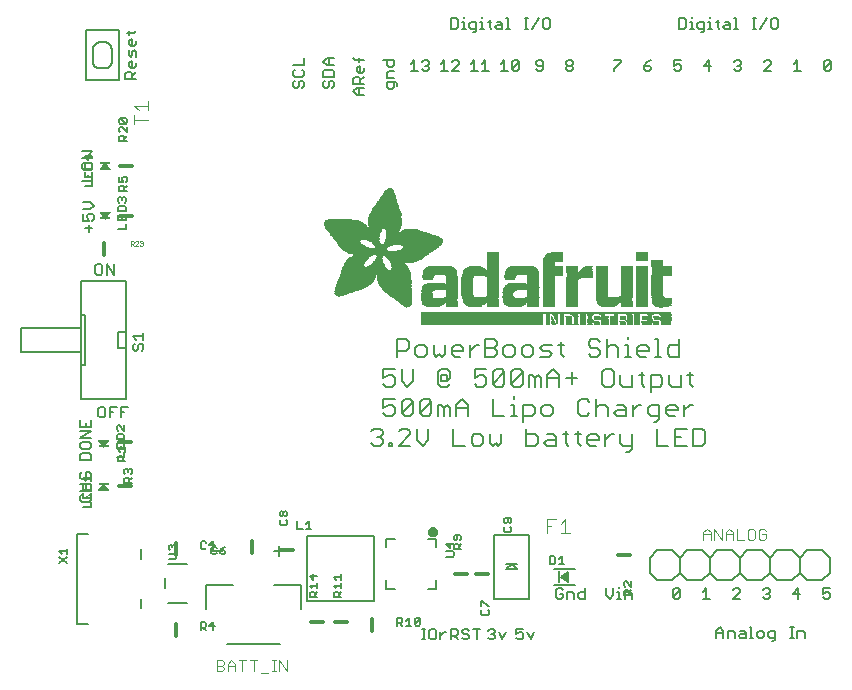
<source format=gbr>
G04 EAGLE Gerber RS-274X export*
G75*
%MOMM*%
%FSLAX34Y34*%
%LPD*%
%INSilkscreen Top*%
%IPPOS*%
%AMOC8*
5,1,8,0,0,1.08239X$1,22.5*%
G01*
%ADD10C,0.127000*%
%ADD11C,0.203200*%
%ADD12C,0.177800*%
%ADD13C,0.076200*%
%ADD14C,0.152400*%
%ADD15C,0.101600*%
%ADD16C,0.304800*%
%ADD17C,0.025400*%
%ADD18R,0.889000X0.190500*%
%ADD19C,0.406400*%
%ADD20R,0.200000X1.000000*%
%ADD21R,10.363200X0.025400*%
%ADD22R,0.406400X0.025400*%
%ADD23R,0.381000X0.025400*%
%ADD24R,0.457200X0.025400*%
%ADD25R,0.431800X0.025400*%
%ADD26R,0.635000X0.025400*%
%ADD27R,0.482600X0.025400*%
%ADD28R,0.889000X0.025400*%
%ADD29R,0.863600X0.025400*%
%ADD30R,0.508000X0.025400*%
%ADD31R,0.355600X0.025400*%
%ADD32R,0.025400X0.025400*%
%ADD33R,0.330200X0.025400*%
%ADD34R,0.050800X0.025400*%
%ADD35R,0.304800X0.025400*%
%ADD36R,0.076200X0.025400*%
%ADD37R,1.016000X0.025400*%
%ADD38R,1.524000X0.025400*%
%ADD39R,0.101600X0.025400*%
%ADD40R,0.279400X0.025400*%
%ADD41R,1.498600X0.025400*%
%ADD42R,0.254000X0.025400*%
%ADD43R,0.127000X0.025400*%
%ADD44R,0.965200X0.025400*%
%ADD45R,1.447800X0.025400*%
%ADD46R,0.228600X0.025400*%
%ADD47R,0.152400X0.025400*%
%ADD48R,0.812800X0.025400*%
%ADD49R,1.295400X0.025400*%
%ADD50R,0.533400X0.025400*%
%ADD51R,0.660400X0.025400*%
%ADD52R,0.609600X0.025400*%
%ADD53R,0.558800X0.025400*%
%ADD54R,0.203200X0.025400*%
%ADD55R,0.177800X0.025400*%
%ADD56R,0.914400X0.025400*%
%ADD57R,0.685800X0.025400*%
%ADD58R,0.939800X0.025400*%
%ADD59R,0.736600X0.025400*%
%ADD60R,0.990600X0.025400*%
%ADD61R,1.219200X0.025400*%
%ADD62R,1.117600X0.025400*%
%ADD63R,1.397000X0.025400*%
%ADD64R,1.244600X0.025400*%
%ADD65R,1.473200X0.025400*%
%ADD66R,0.584200X0.025400*%
%ADD67R,1.041400X0.025400*%
%ADD68R,21.209000X0.025400*%
%ADD69R,0.787400X0.025400*%
%ADD70R,1.193800X0.025400*%
%ADD71R,1.168400X0.025400*%
%ADD72R,1.092200X0.025400*%
%ADD73R,1.066800X0.025400*%
%ADD74R,1.143000X0.025400*%
%ADD75R,1.270000X0.025400*%
%ADD76R,1.320800X0.025400*%
%ADD77R,1.422400X0.025400*%
%ADD78R,1.549400X0.025400*%
%ADD79R,0.711200X0.025400*%
%ADD80R,1.625600X0.025400*%
%ADD81R,0.762000X0.025400*%
%ADD82R,1.701800X0.025400*%
%ADD83R,1.600200X0.025400*%
%ADD84R,1.727200X0.025400*%
%ADD85R,1.651000X0.025400*%
%ADD86R,0.838200X0.025400*%
%ADD87R,1.803400X0.025400*%
%ADD88R,1.574800X0.025400*%
%ADD89R,1.854200X0.025400*%
%ADD90R,1.778000X0.025400*%
%ADD91R,1.879600X0.025400*%
%ADD92R,1.930400X0.025400*%
%ADD93R,1.981200X0.025400*%
%ADD94R,1.905000X0.025400*%
%ADD95R,2.006600X0.025400*%
%ADD96R,3.048000X0.025400*%
%ADD97R,2.997200X0.025400*%
%ADD98R,2.057400X0.025400*%
%ADD99R,3.022600X0.025400*%
%ADD100R,2.032000X0.025400*%
%ADD101R,3.073400X0.025400*%
%ADD102R,1.676400X0.025400*%
%ADD103R,1.346200X0.025400*%
%ADD104R,3.098800X0.025400*%
%ADD105R,1.828800X0.025400*%
%ADD106R,2.082800X0.025400*%
%ADD107R,2.108200X0.025400*%
%ADD108R,2.159000X0.025400*%
%ADD109R,2.184400X0.025400*%
%ADD110R,2.235200X0.025400*%
%ADD111R,2.260600X0.025400*%
%ADD112R,2.311400X0.025400*%
%ADD113R,2.362200X0.025400*%
%ADD114R,2.387600X0.025400*%
%ADD115R,2.413000X0.025400*%
%ADD116R,2.438400X0.025400*%
%ADD117R,2.133600X0.025400*%
%ADD118R,2.463800X0.025400*%
%ADD119R,2.286000X0.025400*%
%ADD120R,2.514600X0.025400*%
%ADD121R,2.540000X0.025400*%
%ADD122R,2.565400X0.025400*%
%ADD123R,2.489200X0.025400*%
%ADD124R,2.590800X0.025400*%
%ADD125R,2.971800X0.025400*%
%ADD126R,2.616200X0.025400*%
%ADD127R,2.946400X0.025400*%
%ADD128R,2.641600X0.025400*%
%ADD129R,2.667000X0.025400*%
%ADD130R,2.921000X0.025400*%
%ADD131R,2.895600X0.025400*%
%ADD132R,2.717800X0.025400*%
%ADD133R,2.692400X0.025400*%
%ADD134R,2.870200X0.025400*%
%ADD135R,2.768600X0.025400*%
%ADD136R,2.743200X0.025400*%
%ADD137R,2.844800X0.025400*%
%ADD138R,2.794000X0.025400*%
%ADD139R,2.819400X0.025400*%
%ADD140R,1.371600X0.025400*%
%ADD141R,5.892800X0.025400*%
%ADD142R,5.867400X0.025400*%
%ADD143R,5.842000X0.025400*%
%ADD144R,5.816600X0.025400*%
%ADD145R,5.791200X0.025400*%
%ADD146R,4.114800X0.025400*%
%ADD147R,3.987800X0.025400*%
%ADD148R,1.955800X0.025400*%
%ADD149R,3.962400X0.025400*%
%ADD150R,3.911600X0.025400*%
%ADD151R,3.886200X0.025400*%
%ADD152R,3.835400X0.025400*%
%ADD153R,1.752600X0.025400*%
%ADD154R,3.810000X0.025400*%
%ADD155R,3.784600X0.025400*%
%ADD156R,3.733800X0.025400*%
%ADD157R,3.708400X0.025400*%
%ADD158R,3.683000X0.025400*%
%ADD159R,2.336800X0.025400*%
%ADD160R,3.657600X0.025400*%
%ADD161R,3.632200X0.025400*%
%ADD162R,3.149600X0.025400*%
%ADD163R,3.251200X0.025400*%
%ADD164R,3.276600X0.025400*%
%ADD165R,3.352800X0.025400*%
%ADD166R,3.454400X0.025400*%
%ADD167R,3.530600X0.025400*%
%ADD168R,4.241800X0.025400*%
%ADD169R,4.267200X0.025400*%
%ADD170R,4.318000X0.025400*%
%ADD171R,4.419600X0.025400*%
%ADD172R,6.400800X0.025400*%
%ADD173R,6.502400X0.025400*%
%ADD174R,6.680200X0.025400*%
%ADD175R,6.832600X0.025400*%
%ADD176R,6.858000X0.025400*%
%ADD177R,7.010400X0.025400*%
%ADD178R,7.112000X0.025400*%
%ADD179R,7.162800X0.025400*%
%ADD180R,3.860800X0.025400*%
%ADD181R,3.302000X0.025400*%
%ADD182R,2.209800X0.025400*%
%ADD183R,3.124200X0.025400*%
%ADD184R,3.200400X0.025400*%
%ADD185R,5.029200X0.025400*%
%ADD186R,5.003800X0.025400*%
%ADD187R,4.978400X0.025400*%
%ADD188R,4.953000X0.025400*%
%ADD189R,4.927600X0.025400*%
%ADD190R,4.902200X0.025400*%
%ADD191R,4.876800X0.025400*%
%ADD192R,4.851400X0.025400*%
%ADD193R,4.826000X0.025400*%
%ADD194R,4.800600X0.025400*%
%ADD195R,4.775200X0.025400*%
%ADD196R,4.749800X0.025400*%
%ADD197R,4.724400X0.025400*%
%ADD198R,4.699000X0.025400*%
%ADD199R,3.937000X0.025400*%
%ADD200R,4.648200X0.025400*%
%ADD201R,4.597400X0.025400*%
%ADD202R,4.546600X0.025400*%
%ADD203R,4.470400X0.025400*%
%ADD204R,4.013200X0.025400*%
%ADD205R,4.394200X0.025400*%
%ADD206R,4.038600X0.025400*%
%ADD207R,4.064000X0.025400*%
%ADD208R,4.089400X0.025400*%
%ADD209R,4.140200X0.025400*%
%ADD210R,4.165600X0.025400*%
%ADD211R,4.191000X0.025400*%
%ADD212R,3.759200X0.025400*%
%ADD213R,4.216400X0.025400*%
%ADD214R,3.606800X0.025400*%
%ADD215R,4.292600X0.025400*%
%ADD216R,4.368800X0.025400*%
%ADD217R,4.445000X0.025400*%
%ADD218R,4.495800X0.025400*%
%ADD219R,4.572000X0.025400*%
%ADD220R,4.622800X0.025400*%
%ADD221R,4.673600X0.025400*%
%ADD222R,3.581400X0.025400*%
%ADD223R,3.556000X0.025400*%
%ADD224R,3.479800X0.025400*%
%ADD225R,3.403600X0.025400*%
%ADD226R,3.378200X0.025400*%
%ADD227R,3.225800X0.025400*%

G36*
X27958Y401832D02*
X27958Y401832D01*
X27975Y401830D01*
X28079Y401851D01*
X28183Y401869D01*
X28198Y401877D01*
X28216Y401881D01*
X28307Y401934D01*
X28400Y401984D01*
X28412Y401996D01*
X28428Y402006D01*
X28497Y402085D01*
X28570Y402162D01*
X28577Y402178D01*
X28589Y402192D01*
X28629Y402289D01*
X28673Y402385D01*
X28675Y402403D01*
X28682Y402419D01*
X28689Y402525D01*
X28700Y402629D01*
X28696Y402647D01*
X28698Y402665D01*
X28670Y402767D01*
X28648Y402870D01*
X28639Y402885D01*
X28634Y402902D01*
X28549Y403047D01*
X24739Y408127D01*
X24736Y408130D01*
X24734Y408134D01*
X24647Y408215D01*
X24562Y408297D01*
X24558Y408299D01*
X24555Y408302D01*
X24446Y408352D01*
X24339Y408402D01*
X24335Y408402D01*
X24331Y408404D01*
X24213Y408417D01*
X24095Y408430D01*
X24091Y408430D01*
X24086Y408430D01*
X23970Y408404D01*
X23854Y408380D01*
X23850Y408377D01*
X23846Y408376D01*
X23744Y408315D01*
X23642Y408255D01*
X23639Y408251D01*
X23636Y408249D01*
X23521Y408127D01*
X19711Y403047D01*
X19703Y403031D01*
X19691Y403018D01*
X19646Y402922D01*
X19597Y402829D01*
X19594Y402811D01*
X19587Y402795D01*
X19575Y402690D01*
X19559Y402586D01*
X19562Y402568D01*
X19560Y402551D01*
X19582Y402448D01*
X19600Y402343D01*
X19608Y402328D01*
X19612Y402310D01*
X19666Y402220D01*
X19716Y402127D01*
X19729Y402114D01*
X19738Y402099D01*
X19818Y402030D01*
X19895Y401958D01*
X19912Y401951D01*
X19925Y401939D01*
X20023Y401900D01*
X20119Y401856D01*
X20137Y401854D01*
X20153Y401847D01*
X20320Y401829D01*
X27940Y401829D01*
X27958Y401832D01*
G37*
G36*
X24169Y359920D02*
X24169Y359920D01*
X24174Y359920D01*
X24290Y359946D01*
X24406Y359971D01*
X24410Y359973D01*
X24414Y359974D01*
X24516Y360035D01*
X24618Y360096D01*
X24621Y360099D01*
X24624Y360101D01*
X24739Y360223D01*
X28549Y365303D01*
X28557Y365319D01*
X28570Y365332D01*
X28614Y365428D01*
X28663Y365521D01*
X28666Y365539D01*
X28673Y365555D01*
X28685Y365660D01*
X28701Y365764D01*
X28698Y365782D01*
X28700Y365799D01*
X28678Y365902D01*
X28660Y366007D01*
X28652Y366022D01*
X28648Y366040D01*
X28594Y366130D01*
X28544Y366224D01*
X28531Y366236D01*
X28522Y366251D01*
X28442Y366320D01*
X28365Y366392D01*
X28348Y366399D01*
X28335Y366411D01*
X28237Y366450D01*
X28141Y366494D01*
X28123Y366496D01*
X28107Y366503D01*
X27940Y366521D01*
X20320Y366521D01*
X20302Y366518D01*
X20285Y366520D01*
X20181Y366499D01*
X20077Y366482D01*
X20062Y366473D01*
X20044Y366470D01*
X19953Y366416D01*
X19860Y366366D01*
X19848Y366354D01*
X19832Y366345D01*
X19763Y366265D01*
X19691Y366188D01*
X19683Y366172D01*
X19671Y366158D01*
X19631Y366061D01*
X19587Y365965D01*
X19585Y365947D01*
X19578Y365931D01*
X19571Y365825D01*
X19560Y365721D01*
X19564Y365703D01*
X19562Y365685D01*
X19590Y365583D01*
X19612Y365480D01*
X19621Y365465D01*
X19626Y365448D01*
X19711Y365303D01*
X23521Y360223D01*
X23524Y360220D01*
X23526Y360217D01*
X23613Y360135D01*
X23698Y360053D01*
X23702Y360051D01*
X23705Y360048D01*
X23814Y359998D01*
X23921Y359948D01*
X23925Y359948D01*
X23929Y359946D01*
X24047Y359933D01*
X24165Y359920D01*
X24169Y359920D01*
G37*
G36*
X22899Y166880D02*
X22899Y166880D01*
X22904Y166880D01*
X23020Y166906D01*
X23136Y166931D01*
X23140Y166933D01*
X23144Y166934D01*
X23246Y166995D01*
X23348Y167056D01*
X23351Y167059D01*
X23354Y167061D01*
X23469Y167183D01*
X27279Y172263D01*
X27287Y172279D01*
X27300Y172292D01*
X27344Y172388D01*
X27393Y172481D01*
X27396Y172499D01*
X27403Y172515D01*
X27415Y172620D01*
X27431Y172724D01*
X27428Y172742D01*
X27430Y172759D01*
X27408Y172862D01*
X27390Y172967D01*
X27382Y172982D01*
X27378Y173000D01*
X27324Y173090D01*
X27274Y173184D01*
X27261Y173196D01*
X27252Y173211D01*
X27172Y173280D01*
X27095Y173352D01*
X27078Y173359D01*
X27065Y173371D01*
X26967Y173410D01*
X26871Y173454D01*
X26853Y173456D01*
X26837Y173463D01*
X26670Y173481D01*
X19050Y173481D01*
X19032Y173478D01*
X19015Y173480D01*
X18911Y173459D01*
X18807Y173442D01*
X18792Y173433D01*
X18774Y173430D01*
X18683Y173376D01*
X18590Y173326D01*
X18578Y173314D01*
X18562Y173305D01*
X18493Y173225D01*
X18421Y173148D01*
X18413Y173132D01*
X18401Y173118D01*
X18361Y173021D01*
X18317Y172925D01*
X18315Y172907D01*
X18308Y172891D01*
X18301Y172785D01*
X18290Y172681D01*
X18294Y172663D01*
X18292Y172645D01*
X18320Y172543D01*
X18342Y172440D01*
X18351Y172425D01*
X18356Y172408D01*
X18441Y172263D01*
X22251Y167183D01*
X22254Y167180D01*
X22256Y167177D01*
X22343Y167095D01*
X22428Y167013D01*
X22432Y167011D01*
X22435Y167008D01*
X22544Y166958D01*
X22651Y166908D01*
X22655Y166908D01*
X22659Y166906D01*
X22777Y166893D01*
X22895Y166880D01*
X22899Y166880D01*
G37*
G36*
X26688Y130052D02*
X26688Y130052D01*
X26705Y130050D01*
X26809Y130071D01*
X26913Y130089D01*
X26928Y130097D01*
X26946Y130101D01*
X27037Y130154D01*
X27130Y130204D01*
X27142Y130216D01*
X27158Y130226D01*
X27227Y130305D01*
X27300Y130382D01*
X27307Y130398D01*
X27319Y130412D01*
X27359Y130509D01*
X27403Y130605D01*
X27405Y130623D01*
X27412Y130639D01*
X27419Y130745D01*
X27430Y130849D01*
X27426Y130867D01*
X27428Y130885D01*
X27400Y130987D01*
X27378Y131090D01*
X27369Y131105D01*
X27364Y131122D01*
X27279Y131267D01*
X23469Y136347D01*
X23466Y136350D01*
X23464Y136354D01*
X23377Y136435D01*
X23292Y136517D01*
X23288Y136519D01*
X23285Y136522D01*
X23176Y136572D01*
X23069Y136622D01*
X23065Y136622D01*
X23061Y136624D01*
X22943Y136637D01*
X22825Y136650D01*
X22821Y136650D01*
X22816Y136650D01*
X22700Y136624D01*
X22584Y136600D01*
X22580Y136597D01*
X22576Y136596D01*
X22474Y136535D01*
X22372Y136475D01*
X22369Y136471D01*
X22366Y136469D01*
X22251Y136347D01*
X18441Y131267D01*
X18433Y131251D01*
X18421Y131238D01*
X18376Y131142D01*
X18327Y131049D01*
X18324Y131031D01*
X18317Y131015D01*
X18305Y130910D01*
X18289Y130806D01*
X18292Y130788D01*
X18290Y130771D01*
X18312Y130668D01*
X18330Y130563D01*
X18338Y130548D01*
X18342Y130530D01*
X18396Y130440D01*
X18446Y130347D01*
X18459Y130334D01*
X18468Y130319D01*
X18548Y130250D01*
X18625Y130178D01*
X18642Y130171D01*
X18655Y130159D01*
X18753Y130120D01*
X18849Y130076D01*
X18867Y130074D01*
X18883Y130067D01*
X19050Y130049D01*
X26670Y130049D01*
X26688Y130052D01*
G37*
G36*
X414795Y54143D02*
X414795Y54143D01*
X414866Y54141D01*
X414935Y54159D01*
X415006Y54168D01*
X415072Y54195D01*
X415141Y54213D01*
X415202Y54250D01*
X415268Y54277D01*
X415324Y54322D01*
X415386Y54359D01*
X415435Y54410D01*
X415490Y54455D01*
X415531Y54514D01*
X415580Y54566D01*
X415613Y54629D01*
X415654Y54687D01*
X415677Y54755D01*
X415710Y54819D01*
X415720Y54878D01*
X415747Y54956D01*
X415753Y55075D01*
X415765Y55150D01*
X415765Y59150D01*
X415755Y59221D01*
X415755Y59293D01*
X415735Y59361D01*
X415725Y59432D01*
X415696Y59497D01*
X415676Y59566D01*
X415638Y59626D01*
X415609Y59691D01*
X415563Y59746D01*
X415525Y59806D01*
X415472Y59854D01*
X415426Y59908D01*
X415366Y59948D01*
X415312Y59995D01*
X415248Y60026D01*
X415189Y60066D01*
X415121Y60087D01*
X415056Y60118D01*
X414986Y60130D01*
X414918Y60151D01*
X414846Y60153D01*
X414776Y60165D01*
X414705Y60157D01*
X414634Y60159D01*
X414564Y60140D01*
X414493Y60132D01*
X414438Y60107D01*
X414359Y60087D01*
X414256Y60026D01*
X414187Y59995D01*
X411187Y57995D01*
X411100Y57918D01*
X411010Y57845D01*
X410995Y57823D01*
X410975Y57805D01*
X410913Y57708D01*
X410846Y57613D01*
X410838Y57587D01*
X410823Y57565D01*
X410791Y57454D01*
X410753Y57344D01*
X410752Y57317D01*
X410745Y57292D01*
X410745Y57176D01*
X410739Y57060D01*
X410745Y57034D01*
X410745Y57007D01*
X410777Y56896D01*
X410803Y56783D01*
X410816Y56760D01*
X410824Y56734D01*
X410886Y56636D01*
X410942Y56535D01*
X410960Y56519D01*
X410975Y56494D01*
X411183Y56309D01*
X411187Y56305D01*
X414187Y54305D01*
X414251Y54274D01*
X414311Y54235D01*
X414379Y54213D01*
X414443Y54182D01*
X414514Y54170D01*
X414582Y54149D01*
X414653Y54147D01*
X414724Y54135D01*
X414795Y54143D01*
G37*
D10*
X20324Y321953D02*
X17358Y321953D01*
X15875Y320470D01*
X15875Y314538D01*
X17358Y313055D01*
X20324Y313055D01*
X21807Y314538D01*
X21807Y320470D01*
X20324Y321953D01*
X25230Y321953D02*
X25230Y313055D01*
X31162Y313055D02*
X25230Y321953D01*
X31162Y321953D02*
X31162Y313055D01*
X22864Y201303D02*
X19898Y201303D01*
X18415Y199820D01*
X18415Y193888D01*
X19898Y192405D01*
X22864Y192405D01*
X24347Y193888D01*
X24347Y199820D01*
X22864Y201303D01*
X27770Y201303D02*
X27770Y192405D01*
X27770Y201303D02*
X33702Y201303D01*
X30736Y196854D02*
X27770Y196854D01*
X37125Y192405D02*
X37125Y201303D01*
X43057Y201303D01*
X40091Y196854D02*
X37125Y196854D01*
X4650Y127091D02*
X3167Y125608D01*
X3167Y122642D01*
X4650Y121159D01*
X10582Y121159D01*
X12065Y122642D01*
X12065Y125608D01*
X10582Y127091D01*
X12065Y130515D02*
X3167Y130515D01*
X7616Y130515D02*
X7616Y136446D01*
X3167Y136446D02*
X12065Y136446D01*
X3167Y144319D02*
X4650Y145802D01*
X3167Y144319D02*
X3167Y141353D01*
X4650Y139870D01*
X10582Y139870D01*
X12065Y141353D01*
X12065Y144319D01*
X10582Y145802D01*
X7616Y145802D01*
X7616Y142836D01*
X3167Y156254D02*
X12065Y156254D01*
X12065Y160703D01*
X10582Y162186D01*
X4650Y162186D01*
X3167Y160703D01*
X3167Y156254D01*
X3167Y167092D02*
X3167Y170058D01*
X3167Y167092D02*
X4650Y165609D01*
X10582Y165609D01*
X12065Y167092D01*
X12065Y170058D01*
X10582Y171541D01*
X4650Y171541D01*
X3167Y170058D01*
X3167Y174965D02*
X12065Y174965D01*
X12065Y180896D02*
X3167Y174965D01*
X3167Y180896D02*
X12065Y180896D01*
X3167Y184320D02*
X3167Y190252D01*
X3167Y184320D02*
X12065Y184320D01*
X12065Y190252D01*
X7616Y187286D02*
X7616Y184320D01*
X10156Y349759D02*
X10156Y355691D01*
X7190Y352725D02*
X13122Y352725D01*
X5707Y359115D02*
X5707Y365046D01*
X5707Y359115D02*
X10156Y359115D01*
X8673Y362080D01*
X8673Y363563D01*
X10156Y365046D01*
X13122Y365046D01*
X14605Y363563D01*
X14605Y360598D01*
X13122Y359115D01*
X11639Y368470D02*
X5707Y368470D01*
X11639Y368470D02*
X14605Y371436D01*
X11639Y374402D01*
X5707Y374402D01*
X4437Y392939D02*
X13335Y392939D01*
X13335Y398871D01*
X4437Y403778D02*
X4437Y406743D01*
X4437Y403778D02*
X5920Y402295D01*
X11852Y402295D01*
X13335Y403778D01*
X13335Y406743D01*
X11852Y408226D01*
X5920Y408226D01*
X4437Y406743D01*
X4437Y411650D02*
X13335Y411650D01*
X10369Y414616D01*
X13335Y417582D01*
X4437Y417582D01*
X41267Y478947D02*
X50165Y478947D01*
X41267Y478947D02*
X41267Y483396D01*
X42750Y484879D01*
X45716Y484879D01*
X47199Y483396D01*
X47199Y478947D01*
X47199Y481913D02*
X50165Y484879D01*
X50165Y489786D02*
X50165Y492751D01*
X50165Y489786D02*
X48682Y488303D01*
X45716Y488303D01*
X44233Y489786D01*
X44233Y492751D01*
X45716Y494234D01*
X47199Y494234D01*
X47199Y488303D01*
X50165Y497658D02*
X50165Y502107D01*
X48682Y503590D01*
X47199Y502107D01*
X47199Y499141D01*
X45716Y497658D01*
X44233Y499141D01*
X44233Y503590D01*
X50165Y508496D02*
X50165Y511462D01*
X50165Y508496D02*
X48682Y507013D01*
X45716Y507013D01*
X44233Y508496D01*
X44233Y511462D01*
X45716Y512945D01*
X47199Y512945D01*
X47199Y507013D01*
X48682Y517851D02*
X42750Y517851D01*
X48682Y517851D02*
X50165Y519334D01*
X44233Y519334D02*
X44233Y516368D01*
D11*
X271244Y258458D02*
X271244Y243713D01*
X271244Y258458D02*
X278616Y258458D01*
X281074Y256000D01*
X281074Y251085D01*
X278616Y248628D01*
X271244Y248628D01*
X289137Y243713D02*
X294052Y243713D01*
X296510Y246170D01*
X296510Y251085D01*
X294052Y253543D01*
X289137Y253543D01*
X286680Y251085D01*
X286680Y246170D01*
X289137Y243713D01*
X302116Y246170D02*
X302116Y253543D01*
X302116Y246170D02*
X304573Y243713D01*
X307031Y246170D01*
X309488Y243713D01*
X311946Y246170D01*
X311946Y253543D01*
X320009Y243713D02*
X324924Y243713D01*
X320009Y243713D02*
X317552Y246170D01*
X317552Y251085D01*
X320009Y253543D01*
X324924Y253543D01*
X327382Y251085D01*
X327382Y248628D01*
X317552Y248628D01*
X332988Y243713D02*
X332988Y253543D01*
X332988Y248628D02*
X337903Y253543D01*
X340360Y253543D01*
X345851Y258458D02*
X345851Y243713D01*
X345851Y258458D02*
X353224Y258458D01*
X355681Y256000D01*
X355681Y253543D01*
X353224Y251085D01*
X355681Y248628D01*
X355681Y246170D01*
X353224Y243713D01*
X345851Y243713D01*
X345851Y251085D02*
X353224Y251085D01*
X363745Y243713D02*
X368660Y243713D01*
X371117Y246170D01*
X371117Y251085D01*
X368660Y253543D01*
X363745Y253543D01*
X361287Y251085D01*
X361287Y246170D01*
X363745Y243713D01*
X379181Y243713D02*
X384096Y243713D01*
X386553Y246170D01*
X386553Y251085D01*
X384096Y253543D01*
X379181Y253543D01*
X376724Y251085D01*
X376724Y246170D01*
X379181Y243713D01*
X392160Y243713D02*
X399532Y243713D01*
X401989Y246170D01*
X399532Y248628D01*
X394617Y248628D01*
X392160Y251085D01*
X394617Y253543D01*
X401989Y253543D01*
X410053Y256000D02*
X410053Y246170D01*
X412511Y243713D01*
X412511Y253543D02*
X407596Y253543D01*
X440695Y258458D02*
X443152Y256000D01*
X440695Y258458D02*
X435780Y258458D01*
X433322Y256000D01*
X433322Y253543D01*
X435780Y251085D01*
X440695Y251085D01*
X443152Y248628D01*
X443152Y246170D01*
X440695Y243713D01*
X435780Y243713D01*
X433322Y246170D01*
X448758Y243713D02*
X448758Y258458D01*
X451216Y253543D02*
X448758Y251085D01*
X451216Y253543D02*
X456131Y253543D01*
X458588Y251085D01*
X458588Y243713D01*
X464195Y253543D02*
X466652Y253543D01*
X466652Y243713D01*
X464195Y243713D02*
X469109Y243713D01*
X466652Y258458D02*
X466652Y260915D01*
X476943Y243713D02*
X481858Y243713D01*
X476943Y243713D02*
X474485Y246170D01*
X474485Y251085D01*
X476943Y253543D01*
X481858Y253543D01*
X484315Y251085D01*
X484315Y248628D01*
X474485Y248628D01*
X489921Y258458D02*
X492379Y258458D01*
X492379Y243713D01*
X494836Y243713D02*
X489921Y243713D01*
X510042Y243713D02*
X510042Y258458D01*
X510042Y243713D02*
X502669Y243713D01*
X500212Y246170D01*
X500212Y251085D01*
X502669Y253543D01*
X510042Y253543D01*
X269496Y233312D02*
X259667Y233312D01*
X259667Y225939D01*
X264582Y228397D01*
X267039Y228397D01*
X269496Y225939D01*
X269496Y221024D01*
X267039Y218567D01*
X262124Y218567D01*
X259667Y221024D01*
X275103Y223482D02*
X275103Y233312D01*
X275103Y223482D02*
X280018Y218567D01*
X284933Y223482D01*
X284933Y233312D01*
X313347Y218567D02*
X315805Y221024D01*
X313347Y218567D02*
X308432Y218567D01*
X305975Y221024D01*
X305975Y230854D01*
X308432Y233312D01*
X313347Y233312D01*
X315805Y230854D01*
X315805Y225939D01*
X313347Y223482D01*
X308432Y223482D01*
X308432Y228397D01*
X313347Y228397D01*
X313347Y223482D01*
X336847Y233312D02*
X346677Y233312D01*
X336847Y233312D02*
X336847Y225939D01*
X341762Y228397D01*
X344219Y228397D01*
X346677Y225939D01*
X346677Y221024D01*
X344219Y218567D01*
X339304Y218567D01*
X336847Y221024D01*
X352283Y221024D02*
X352283Y230854D01*
X354741Y233312D01*
X359655Y233312D01*
X362113Y230854D01*
X362113Y221024D01*
X359655Y218567D01*
X354741Y218567D01*
X352283Y221024D01*
X362113Y230854D01*
X367719Y230854D02*
X367719Y221024D01*
X367719Y230854D02*
X370177Y233312D01*
X375091Y233312D01*
X377549Y230854D01*
X377549Y221024D01*
X375091Y218567D01*
X370177Y218567D01*
X367719Y221024D01*
X377549Y230854D01*
X383155Y228397D02*
X383155Y218567D01*
X383155Y228397D02*
X385613Y228397D01*
X388070Y225939D01*
X388070Y218567D01*
X388070Y225939D02*
X390528Y228397D01*
X392985Y225939D01*
X392985Y218567D01*
X398591Y218567D02*
X398591Y228397D01*
X403506Y233312D01*
X408421Y228397D01*
X408421Y218567D01*
X408421Y225939D02*
X398591Y225939D01*
X414027Y225939D02*
X423857Y225939D01*
X418942Y230854D02*
X418942Y221024D01*
X447357Y233312D02*
X452272Y233312D01*
X447357Y233312D02*
X444899Y230854D01*
X444899Y221024D01*
X447357Y218567D01*
X452272Y218567D01*
X454729Y221024D01*
X454729Y230854D01*
X452272Y233312D01*
X460336Y228397D02*
X460336Y221024D01*
X462793Y218567D01*
X470165Y218567D01*
X470165Y228397D01*
X478229Y230854D02*
X478229Y221024D01*
X480686Y218567D01*
X480686Y228397D02*
X475772Y228397D01*
X486062Y228397D02*
X486062Y213652D01*
X486062Y228397D02*
X493435Y228397D01*
X495892Y225939D01*
X495892Y221024D01*
X493435Y218567D01*
X486062Y218567D01*
X501498Y221024D02*
X501498Y228397D01*
X501498Y221024D02*
X503956Y218567D01*
X511328Y218567D01*
X511328Y228397D01*
X519392Y230854D02*
X519392Y221024D01*
X521849Y218567D01*
X521849Y228397D02*
X516934Y228397D01*
X269496Y208166D02*
X259667Y208166D01*
X259667Y200793D01*
X264582Y203251D01*
X267039Y203251D01*
X269496Y200793D01*
X269496Y195878D01*
X267039Y193421D01*
X262124Y193421D01*
X259667Y195878D01*
X275103Y195878D02*
X275103Y205708D01*
X277560Y208166D01*
X282475Y208166D01*
X284933Y205708D01*
X284933Y195878D01*
X282475Y193421D01*
X277560Y193421D01*
X275103Y195878D01*
X284933Y205708D01*
X290539Y205708D02*
X290539Y195878D01*
X290539Y205708D02*
X292996Y208166D01*
X297911Y208166D01*
X300369Y205708D01*
X300369Y195878D01*
X297911Y193421D01*
X292996Y193421D01*
X290539Y195878D01*
X300369Y205708D01*
X305975Y203251D02*
X305975Y193421D01*
X305975Y203251D02*
X308432Y203251D01*
X310890Y200793D01*
X310890Y193421D01*
X310890Y200793D02*
X313347Y203251D01*
X315805Y200793D01*
X315805Y193421D01*
X321411Y193421D02*
X321411Y203251D01*
X326326Y208166D01*
X331241Y203251D01*
X331241Y193421D01*
X331241Y200793D02*
X321411Y200793D01*
X352283Y193421D02*
X352283Y208166D01*
X352283Y193421D02*
X362113Y193421D01*
X367719Y203251D02*
X370177Y203251D01*
X370177Y193421D01*
X372634Y193421D02*
X367719Y193421D01*
X370177Y208166D02*
X370177Y210623D01*
X378010Y203251D02*
X378010Y188506D01*
X378010Y203251D02*
X385382Y203251D01*
X387840Y200793D01*
X387840Y195878D01*
X385382Y193421D01*
X378010Y193421D01*
X395903Y193421D02*
X400818Y193421D01*
X403276Y195878D01*
X403276Y200793D01*
X400818Y203251D01*
X395903Y203251D01*
X393446Y200793D01*
X393446Y195878D01*
X395903Y193421D01*
X431690Y208166D02*
X434148Y205708D01*
X431690Y208166D02*
X426775Y208166D01*
X424318Y205708D01*
X424318Y195878D01*
X426775Y193421D01*
X431690Y193421D01*
X434148Y195878D01*
X439754Y193421D02*
X439754Y208166D01*
X442212Y203251D02*
X439754Y200793D01*
X442212Y203251D02*
X447126Y203251D01*
X449584Y200793D01*
X449584Y193421D01*
X457648Y203251D02*
X462562Y203251D01*
X465020Y200793D01*
X465020Y193421D01*
X457648Y193421D01*
X455190Y195878D01*
X457648Y198336D01*
X465020Y198336D01*
X470626Y193421D02*
X470626Y203251D01*
X470626Y198336D02*
X475541Y203251D01*
X477999Y203251D01*
X488404Y188506D02*
X490862Y188506D01*
X493319Y190964D01*
X493319Y203251D01*
X485947Y203251D01*
X483490Y200793D01*
X483490Y195878D01*
X485947Y193421D01*
X493319Y193421D01*
X501383Y193421D02*
X506298Y193421D01*
X501383Y193421D02*
X498926Y195878D01*
X498926Y200793D01*
X501383Y203251D01*
X506298Y203251D01*
X508755Y200793D01*
X508755Y198336D01*
X498926Y198336D01*
X514362Y193421D02*
X514362Y203251D01*
X514362Y198336D02*
X519277Y203251D01*
X521734Y203251D01*
X251833Y183020D02*
X249376Y180562D01*
X251833Y183020D02*
X256748Y183020D01*
X259206Y180562D01*
X259206Y178105D01*
X256748Y175647D01*
X254291Y175647D01*
X256748Y175647D02*
X259206Y173190D01*
X259206Y170732D01*
X256748Y168275D01*
X251833Y168275D01*
X249376Y170732D01*
X264812Y170732D02*
X264812Y168275D01*
X264812Y170732D02*
X267269Y170732D01*
X267269Y168275D01*
X264812Y168275D01*
X272530Y168275D02*
X282360Y168275D01*
X272530Y168275D02*
X282360Y178105D01*
X282360Y180562D01*
X279902Y183020D01*
X274988Y183020D01*
X272530Y180562D01*
X287966Y183020D02*
X287966Y173190D01*
X292881Y168275D01*
X297796Y173190D01*
X297796Y183020D01*
X318838Y183020D02*
X318838Y168275D01*
X328668Y168275D01*
X336732Y168275D02*
X341647Y168275D01*
X344104Y170732D01*
X344104Y175647D01*
X341647Y178105D01*
X336732Y178105D01*
X334274Y175647D01*
X334274Y170732D01*
X336732Y168275D01*
X349710Y170732D02*
X349710Y178105D01*
X349710Y170732D02*
X352168Y168275D01*
X354625Y170732D01*
X357083Y168275D01*
X359540Y170732D01*
X359540Y178105D01*
X380583Y183020D02*
X380583Y168275D01*
X387955Y168275D01*
X390412Y170732D01*
X390412Y175647D01*
X387955Y178105D01*
X380583Y178105D01*
X398476Y178105D02*
X403391Y178105D01*
X405848Y175647D01*
X405848Y168275D01*
X398476Y168275D01*
X396019Y170732D01*
X398476Y173190D01*
X405848Y173190D01*
X413912Y170732D02*
X413912Y180562D01*
X413912Y170732D02*
X416370Y168275D01*
X416370Y178105D02*
X411455Y178105D01*
X424203Y180562D02*
X424203Y170732D01*
X426660Y168275D01*
X426660Y178105D02*
X421745Y178105D01*
X434493Y168275D02*
X439408Y168275D01*
X434493Y168275D02*
X432036Y170732D01*
X432036Y175647D01*
X434493Y178105D01*
X439408Y178105D01*
X441866Y175647D01*
X441866Y173190D01*
X432036Y173190D01*
X447472Y168275D02*
X447472Y178105D01*
X447472Y173190D02*
X452387Y178105D01*
X454844Y178105D01*
X460335Y178105D02*
X460335Y170732D01*
X462793Y168275D01*
X470165Y168275D01*
X470165Y165818D02*
X470165Y178105D01*
X470165Y165818D02*
X467708Y163360D01*
X465250Y163360D01*
X491208Y168275D02*
X491208Y183020D01*
X491208Y168275D02*
X501037Y168275D01*
X506644Y183020D02*
X516473Y183020D01*
X506644Y183020D02*
X506644Y168275D01*
X516473Y168275D01*
X511559Y175647D02*
X506644Y175647D01*
X522080Y183020D02*
X522080Y168275D01*
X529452Y168275D01*
X531909Y170732D01*
X531909Y180562D01*
X529452Y183020D01*
X522080Y183020D01*
D10*
X316840Y13343D02*
X316840Y4445D01*
X316840Y13343D02*
X321289Y13343D01*
X322772Y11860D01*
X322772Y8894D01*
X321289Y7411D01*
X316840Y7411D01*
X319806Y7411D02*
X322772Y4445D01*
X330644Y13343D02*
X332127Y11860D01*
X330644Y13343D02*
X327679Y13343D01*
X326196Y11860D01*
X326196Y10377D01*
X327679Y8894D01*
X330644Y8894D01*
X332127Y7411D01*
X332127Y5928D01*
X330644Y4445D01*
X327679Y4445D01*
X326196Y5928D01*
X338517Y4445D02*
X338517Y13343D01*
X335551Y13343D02*
X341483Y13343D01*
X348142Y11860D02*
X349625Y13343D01*
X352590Y13343D01*
X354073Y11860D01*
X354073Y10377D01*
X352590Y8894D01*
X351107Y8894D01*
X352590Y8894D02*
X354073Y7411D01*
X354073Y5928D01*
X352590Y4445D01*
X349625Y4445D01*
X348142Y5928D01*
X357497Y10377D02*
X360463Y4445D01*
X363429Y10377D01*
X372272Y13343D02*
X378203Y13343D01*
X372272Y13343D02*
X372272Y8894D01*
X375237Y10377D01*
X376720Y10377D01*
X378203Y8894D01*
X378203Y5928D01*
X376720Y4445D01*
X373755Y4445D01*
X372272Y5928D01*
X381627Y10377D02*
X384593Y4445D01*
X387559Y10377D01*
X411798Y46150D02*
X410315Y47633D01*
X407349Y47633D01*
X405866Y46150D01*
X405866Y40218D01*
X407349Y38735D01*
X410315Y38735D01*
X411798Y40218D01*
X411798Y43184D01*
X408832Y43184D01*
X415221Y44667D02*
X415221Y38735D01*
X415221Y44667D02*
X419670Y44667D01*
X421153Y43184D01*
X421153Y38735D01*
X430508Y38735D02*
X430508Y47633D01*
X430508Y38735D02*
X426059Y38735D01*
X424576Y40218D01*
X424576Y43184D01*
X426059Y44667D01*
X430508Y44667D01*
X448488Y47633D02*
X448488Y41701D01*
X451454Y38735D01*
X454420Y41701D01*
X454420Y47633D01*
X457843Y44667D02*
X459326Y44667D01*
X459326Y38735D01*
X457843Y38735D02*
X460809Y38735D01*
X459326Y47633D02*
X459326Y49116D01*
X464080Y44667D02*
X464080Y38735D01*
X464080Y44667D02*
X468529Y44667D01*
X470012Y43184D01*
X470012Y38735D01*
X504825Y40218D02*
X504825Y46150D01*
X506308Y47633D01*
X509274Y47633D01*
X510757Y46150D01*
X510757Y40218D01*
X509274Y38735D01*
X506308Y38735D01*
X504825Y40218D01*
X510757Y46150D01*
X530225Y44667D02*
X533191Y47633D01*
X533191Y38735D01*
X530225Y38735D02*
X536157Y38735D01*
X555625Y38735D02*
X561557Y38735D01*
X555625Y38735D02*
X561557Y44667D01*
X561557Y46150D01*
X560074Y47633D01*
X557108Y47633D01*
X555625Y46150D01*
X581025Y46150D02*
X582508Y47633D01*
X585474Y47633D01*
X586957Y46150D01*
X586957Y44667D01*
X585474Y43184D01*
X583991Y43184D01*
X585474Y43184D02*
X586957Y41701D01*
X586957Y40218D01*
X585474Y38735D01*
X582508Y38735D01*
X581025Y40218D01*
X610874Y38735D02*
X610874Y47633D01*
X606425Y43184D01*
X612357Y43184D01*
X631825Y47633D02*
X637757Y47633D01*
X631825Y47633D02*
X631825Y43184D01*
X634791Y44667D01*
X636274Y44667D01*
X637757Y43184D01*
X637757Y40218D01*
X636274Y38735D01*
X633308Y38735D01*
X631825Y40218D01*
X295274Y4445D02*
X292308Y4445D01*
X293791Y4445D02*
X293791Y13343D01*
X292308Y13343D02*
X295274Y13343D01*
X300028Y13343D02*
X302994Y13343D01*
X300028Y13343D02*
X298545Y11860D01*
X298545Y5928D01*
X300028Y4445D01*
X302994Y4445D01*
X304477Y5928D01*
X304477Y11860D01*
X302994Y13343D01*
X307900Y10377D02*
X307900Y4445D01*
X307900Y7411D02*
X310866Y10377D01*
X312349Y10377D01*
X243205Y465443D02*
X237273Y465443D01*
X234307Y468408D01*
X237273Y471374D01*
X243205Y471374D01*
X238756Y471374D02*
X238756Y465443D01*
X243205Y474798D02*
X234307Y474798D01*
X234307Y479247D01*
X235790Y480730D01*
X238756Y480730D01*
X240239Y479247D01*
X240239Y474798D01*
X240239Y477764D02*
X243205Y480730D01*
X243205Y485636D02*
X243205Y488602D01*
X243205Y485636D02*
X241722Y484153D01*
X238756Y484153D01*
X237273Y485636D01*
X237273Y488602D01*
X238756Y490085D01*
X240239Y490085D01*
X240239Y484153D01*
X243205Y494991D02*
X235790Y494991D01*
X234307Y496474D01*
X238756Y496474D02*
X238756Y493508D01*
X271571Y474858D02*
X271571Y473375D01*
X271571Y474858D02*
X270088Y476341D01*
X262673Y476341D01*
X262673Y471892D01*
X264156Y470409D01*
X267122Y470409D01*
X268605Y471892D01*
X268605Y476341D01*
X268605Y479765D02*
X262673Y479765D01*
X262673Y484213D01*
X264156Y485696D01*
X268605Y485696D01*
X268605Y495052D02*
X259707Y495052D01*
X268605Y495052D02*
X268605Y490603D01*
X267122Y489120D01*
X264156Y489120D01*
X262673Y490603D01*
X262673Y495052D01*
X282915Y491707D02*
X285880Y494673D01*
X285880Y485775D01*
X282915Y485775D02*
X288846Y485775D01*
X292270Y493190D02*
X293753Y494673D01*
X296719Y494673D01*
X298202Y493190D01*
X298202Y491707D01*
X296719Y490224D01*
X295236Y490224D01*
X296719Y490224D02*
X298202Y488741D01*
X298202Y487258D01*
X296719Y485775D01*
X293753Y485775D01*
X292270Y487258D01*
X308315Y491707D02*
X311280Y494673D01*
X311280Y485775D01*
X308315Y485775D02*
X314246Y485775D01*
X317670Y485775D02*
X323602Y485775D01*
X317670Y485775D02*
X323602Y491707D01*
X323602Y493190D01*
X322119Y494673D01*
X319153Y494673D01*
X317670Y493190D01*
X333715Y491707D02*
X336680Y494673D01*
X336680Y485775D01*
X333715Y485775D02*
X339646Y485775D01*
X343070Y491707D02*
X346036Y494673D01*
X346036Y485775D01*
X343070Y485775D02*
X349002Y485775D01*
X359115Y491707D02*
X362080Y494673D01*
X362080Y485775D01*
X359115Y485775D02*
X365046Y485775D01*
X368470Y487258D02*
X368470Y493190D01*
X369953Y494673D01*
X372919Y494673D01*
X374402Y493190D01*
X374402Y487258D01*
X372919Y485775D01*
X369953Y485775D01*
X368470Y487258D01*
X374402Y493190D01*
X388790Y487258D02*
X390273Y485775D01*
X393239Y485775D01*
X394722Y487258D01*
X394722Y493190D01*
X393239Y494673D01*
X390273Y494673D01*
X388790Y493190D01*
X388790Y491707D01*
X390273Y490224D01*
X394722Y490224D01*
X414190Y493190D02*
X415673Y494673D01*
X418639Y494673D01*
X420122Y493190D01*
X420122Y491707D01*
X418639Y490224D01*
X420122Y488741D01*
X420122Y487258D01*
X418639Y485775D01*
X415673Y485775D01*
X414190Y487258D01*
X414190Y488741D01*
X415673Y490224D01*
X414190Y491707D01*
X414190Y493190D01*
X415673Y490224D02*
X418639Y490224D01*
X454830Y494673D02*
X460762Y494673D01*
X460762Y493190D01*
X454830Y487258D01*
X454830Y485775D01*
X483196Y493190D02*
X486162Y494673D01*
X483196Y493190D02*
X480230Y490224D01*
X480230Y487258D01*
X481713Y485775D01*
X484679Y485775D01*
X486162Y487258D01*
X486162Y488741D01*
X484679Y490224D01*
X480230Y490224D01*
X505630Y494673D02*
X511562Y494673D01*
X505630Y494673D02*
X505630Y490224D01*
X508596Y491707D01*
X510079Y491707D01*
X511562Y490224D01*
X511562Y487258D01*
X510079Y485775D01*
X507113Y485775D01*
X505630Y487258D01*
X535479Y485775D02*
X535479Y494673D01*
X531030Y490224D01*
X536962Y490224D01*
X556430Y493190D02*
X557913Y494673D01*
X560879Y494673D01*
X562362Y493190D01*
X562362Y491707D01*
X560879Y490224D01*
X559396Y490224D01*
X560879Y490224D02*
X562362Y488741D01*
X562362Y487258D01*
X560879Y485775D01*
X557913Y485775D01*
X556430Y487258D01*
X581830Y485775D02*
X587762Y485775D01*
X581830Y485775D02*
X587762Y491707D01*
X587762Y493190D01*
X586279Y494673D01*
X583313Y494673D01*
X581830Y493190D01*
X607230Y491707D02*
X610196Y494673D01*
X610196Y485775D01*
X607230Y485775D02*
X613162Y485775D01*
X632630Y487258D02*
X632630Y493190D01*
X634113Y494673D01*
X637079Y494673D01*
X638562Y493190D01*
X638562Y487258D01*
X637079Y485775D01*
X634113Y485775D01*
X632630Y487258D01*
X638562Y493190D01*
X184990Y477611D02*
X183507Y476128D01*
X183507Y473162D01*
X184990Y471679D01*
X186473Y471679D01*
X187956Y473162D01*
X187956Y476128D01*
X189439Y477611D01*
X190922Y477611D01*
X192405Y476128D01*
X192405Y473162D01*
X190922Y471679D01*
X183507Y485483D02*
X184990Y486966D01*
X183507Y485483D02*
X183507Y482518D01*
X184990Y481035D01*
X190922Y481035D01*
X192405Y482518D01*
X192405Y485483D01*
X190922Y486966D01*
X192405Y490390D02*
X183507Y490390D01*
X192405Y490390D02*
X192405Y496322D01*
X210390Y477611D02*
X208907Y476128D01*
X208907Y473162D01*
X210390Y471679D01*
X211873Y471679D01*
X213356Y473162D01*
X213356Y476128D01*
X214839Y477611D01*
X216322Y477611D01*
X217805Y476128D01*
X217805Y473162D01*
X216322Y471679D01*
X217805Y481035D02*
X208907Y481035D01*
X217805Y481035D02*
X217805Y485483D01*
X216322Y486966D01*
X210390Y486966D01*
X208907Y485483D01*
X208907Y481035D01*
X211873Y490390D02*
X217805Y490390D01*
X211873Y490390D02*
X208907Y493356D01*
X211873Y496322D01*
X217805Y496322D01*
X213356Y496322D02*
X213356Y490390D01*
X316865Y521335D02*
X316865Y530233D01*
X316865Y521335D02*
X321314Y521335D01*
X322797Y522818D01*
X322797Y528750D01*
X321314Y530233D01*
X316865Y530233D01*
X326220Y527267D02*
X327703Y527267D01*
X327703Y521335D01*
X326220Y521335D02*
X329186Y521335D01*
X327703Y530233D02*
X327703Y531716D01*
X335423Y518369D02*
X336906Y518369D01*
X338389Y519852D01*
X338389Y527267D01*
X333940Y527267D01*
X332457Y525784D01*
X332457Y522818D01*
X333940Y521335D01*
X338389Y521335D01*
X341812Y527267D02*
X343295Y527267D01*
X343295Y521335D01*
X341812Y521335D02*
X344778Y521335D01*
X343295Y530233D02*
X343295Y531716D01*
X349532Y528750D02*
X349532Y522818D01*
X351015Y521335D01*
X351015Y527267D02*
X348049Y527267D01*
X355769Y527267D02*
X358735Y527267D01*
X360217Y525784D01*
X360217Y521335D01*
X355769Y521335D01*
X354286Y522818D01*
X355769Y524301D01*
X360217Y524301D01*
X363641Y530233D02*
X365124Y530233D01*
X365124Y521335D01*
X363641Y521335D02*
X366607Y521335D01*
X379233Y521335D02*
X382199Y521335D01*
X380716Y521335D02*
X380716Y530233D01*
X379233Y530233D02*
X382199Y530233D01*
X391401Y530233D02*
X385470Y521335D01*
X396308Y530233D02*
X399274Y530233D01*
X396308Y530233D02*
X394825Y528750D01*
X394825Y522818D01*
X396308Y521335D01*
X399274Y521335D01*
X400757Y522818D01*
X400757Y528750D01*
X399274Y530233D01*
X509905Y530233D02*
X509905Y521335D01*
X514354Y521335D01*
X515837Y522818D01*
X515837Y528750D01*
X514354Y530233D01*
X509905Y530233D01*
X519260Y527267D02*
X520743Y527267D01*
X520743Y521335D01*
X519260Y521335D02*
X522226Y521335D01*
X520743Y530233D02*
X520743Y531716D01*
X528463Y518369D02*
X529946Y518369D01*
X531429Y519852D01*
X531429Y527267D01*
X526980Y527267D01*
X525497Y525784D01*
X525497Y522818D01*
X526980Y521335D01*
X531429Y521335D01*
X534852Y527267D02*
X536335Y527267D01*
X536335Y521335D01*
X534852Y521335D02*
X537818Y521335D01*
X536335Y530233D02*
X536335Y531716D01*
X542572Y528750D02*
X542572Y522818D01*
X544055Y521335D01*
X544055Y527267D02*
X541089Y527267D01*
X548809Y527267D02*
X551775Y527267D01*
X553257Y525784D01*
X553257Y521335D01*
X548809Y521335D01*
X547326Y522818D01*
X548809Y524301D01*
X553257Y524301D01*
X556681Y530233D02*
X558164Y530233D01*
X558164Y521335D01*
X556681Y521335D02*
X559647Y521335D01*
X572273Y521335D02*
X575239Y521335D01*
X573756Y521335D02*
X573756Y530233D01*
X572273Y530233D02*
X575239Y530233D01*
X584441Y530233D02*
X578510Y521335D01*
X589348Y530233D02*
X592314Y530233D01*
X589348Y530233D02*
X587865Y528750D01*
X587865Y522818D01*
X589348Y521335D01*
X592314Y521335D01*
X593797Y522818D01*
X593797Y528750D01*
X592314Y530233D01*
X541655Y11647D02*
X541655Y5715D01*
X541655Y11647D02*
X544621Y14613D01*
X547587Y11647D01*
X547587Y5715D01*
X547587Y10164D02*
X541655Y10164D01*
X551010Y11647D02*
X551010Y5715D01*
X551010Y11647D02*
X555459Y11647D01*
X556942Y10164D01*
X556942Y5715D01*
X561848Y11647D02*
X564814Y11647D01*
X566297Y10164D01*
X566297Y5715D01*
X561848Y5715D01*
X560365Y7198D01*
X561848Y8681D01*
X566297Y8681D01*
X569721Y14613D02*
X571203Y14613D01*
X571203Y5715D01*
X569721Y5715D02*
X572686Y5715D01*
X577440Y5715D02*
X580406Y5715D01*
X581889Y7198D01*
X581889Y10164D01*
X580406Y11647D01*
X577440Y11647D01*
X575957Y10164D01*
X575957Y7198D01*
X577440Y5715D01*
X588278Y2749D02*
X589761Y2749D01*
X591244Y4232D01*
X591244Y11647D01*
X586795Y11647D01*
X585313Y10164D01*
X585313Y7198D01*
X586795Y5715D01*
X591244Y5715D01*
X604023Y5715D02*
X606989Y5715D01*
X605506Y5715D02*
X605506Y14613D01*
X604023Y14613D02*
X606989Y14613D01*
X610260Y11647D02*
X610260Y5715D01*
X610260Y11647D02*
X614708Y11647D01*
X616191Y10164D01*
X616191Y5715D01*
X172360Y400D02*
X127360Y400D01*
X109860Y30400D02*
X109860Y50400D01*
X132360Y50400D01*
X167360Y50400D02*
X189860Y50400D01*
X189860Y30400D01*
D12*
X175096Y79253D02*
X166792Y79253D01*
X170944Y75101D02*
X170944Y83406D01*
X123246Y79253D02*
X114942Y79253D01*
D13*
X118491Y-13073D02*
X118491Y-22479D01*
X118491Y-13073D02*
X123194Y-13073D01*
X124762Y-14641D01*
X124762Y-16208D01*
X123194Y-17776D01*
X124762Y-19344D01*
X124762Y-20911D01*
X123194Y-22479D01*
X118491Y-22479D01*
X118491Y-17776D02*
X123194Y-17776D01*
X127846Y-16208D02*
X127846Y-22479D01*
X127846Y-16208D02*
X130982Y-13073D01*
X134117Y-16208D01*
X134117Y-22479D01*
X134117Y-17776D02*
X127846Y-17776D01*
X140337Y-22479D02*
X140337Y-13073D01*
X143472Y-13073D02*
X137201Y-13073D01*
X149692Y-13073D02*
X149692Y-22479D01*
X146557Y-13073D02*
X152827Y-13073D01*
X155912Y-24047D02*
X162182Y-24047D01*
X165267Y-22479D02*
X168402Y-22479D01*
X166835Y-22479D02*
X166835Y-13073D01*
X168402Y-13073D02*
X165267Y-13073D01*
X171504Y-13073D02*
X171504Y-22479D01*
X177774Y-22479D02*
X171504Y-13073D01*
X177774Y-13073D02*
X177774Y-22479D01*
D10*
X41860Y264810D02*
X41860Y307810D01*
X41860Y264810D02*
X41860Y250810D01*
X41860Y207810D01*
X3860Y207810D01*
X3860Y236810D01*
X3860Y247810D01*
X3860Y267810D01*
X3860Y278810D01*
X3860Y307810D01*
X41860Y307810D01*
X41860Y264810D02*
X34860Y264810D01*
X34860Y250810D01*
X41860Y250810D01*
X6860Y278810D02*
X3860Y278810D01*
X6860Y278810D02*
X6860Y236810D01*
X3860Y236810D01*
X3860Y267810D02*
X-47140Y267810D01*
X-47140Y247810D01*
X3860Y247810D01*
X47487Y253403D02*
X48970Y254886D01*
X47487Y253403D02*
X47487Y250438D01*
X48970Y248955D01*
X50453Y248955D01*
X51936Y250438D01*
X51936Y253403D01*
X53419Y254886D01*
X54902Y254886D01*
X56385Y253403D01*
X56385Y250438D01*
X54902Y248955D01*
X50453Y258310D02*
X47487Y261276D01*
X56385Y261276D01*
X56385Y258310D02*
X56385Y264242D01*
D14*
X542290Y54610D02*
X554990Y54610D01*
X542290Y54610D02*
X535940Y60960D01*
X535940Y73660D01*
X542290Y80010D01*
X535940Y60960D02*
X529590Y54610D01*
X516890Y54610D01*
X510540Y60960D01*
X510540Y73660D01*
X516890Y80010D01*
X529590Y80010D01*
X535940Y73660D01*
X580390Y54610D02*
X586740Y60960D01*
X580390Y54610D02*
X567690Y54610D01*
X561340Y60960D01*
X561340Y73660D01*
X567690Y80010D01*
X580390Y80010D01*
X586740Y73660D01*
X561340Y60960D02*
X554990Y54610D01*
X561340Y73660D02*
X554990Y80010D01*
X542290Y80010D01*
X618490Y54610D02*
X631190Y54610D01*
X618490Y54610D02*
X612140Y60960D01*
X612140Y73660D01*
X618490Y80010D01*
X612140Y60960D02*
X605790Y54610D01*
X593090Y54610D01*
X586740Y60960D01*
X586740Y73660D01*
X593090Y80010D01*
X605790Y80010D01*
X612140Y73660D01*
X637540Y73660D02*
X637540Y60960D01*
X631190Y54610D01*
X637540Y73660D02*
X631190Y80010D01*
X618490Y80010D01*
X504190Y54610D02*
X491490Y54610D01*
X485140Y60960D01*
X485140Y73660D01*
X491490Y80010D01*
X510540Y60960D02*
X504190Y54610D01*
X510540Y73660D02*
X504190Y80010D01*
X491490Y80010D01*
D15*
X530609Y88900D02*
X530609Y95001D01*
X533659Y98052D01*
X536710Y95001D01*
X536710Y88900D01*
X536710Y93476D02*
X530609Y93476D01*
X539964Y88900D02*
X539964Y98052D01*
X546065Y88900D01*
X546065Y98052D01*
X549319Y95001D02*
X549319Y88900D01*
X549319Y95001D02*
X552370Y98052D01*
X555420Y95001D01*
X555420Y88900D01*
X555420Y93476D02*
X549319Y93476D01*
X558674Y98052D02*
X558674Y88900D01*
X564776Y88900D01*
X569555Y98052D02*
X572606Y98052D01*
X569555Y98052D02*
X568030Y96527D01*
X568030Y90425D01*
X569555Y88900D01*
X572606Y88900D01*
X574131Y90425D01*
X574131Y96527D01*
X572606Y98052D01*
X581961Y98052D02*
X583486Y96527D01*
X581961Y98052D02*
X578910Y98052D01*
X577385Y96527D01*
X577385Y90425D01*
X578910Y88900D01*
X581961Y88900D01*
X583486Y90425D01*
X583486Y93476D01*
X580435Y93476D01*
D16*
X22860Y330200D02*
X22860Y340360D01*
D17*
X45847Y341760D02*
X45847Y337947D01*
X45847Y341760D02*
X47754Y341760D01*
X48389Y341125D01*
X48389Y339854D01*
X47754Y339218D01*
X45847Y339218D01*
X47118Y339218D02*
X48389Y337947D01*
X49589Y337947D02*
X52131Y337947D01*
X49589Y337947D02*
X52131Y340489D01*
X52131Y341125D01*
X51496Y341760D01*
X50225Y341760D01*
X49589Y341125D01*
X53331Y341125D02*
X53967Y341760D01*
X55238Y341760D01*
X55873Y341125D01*
X55873Y340489D01*
X55238Y339854D01*
X54602Y339854D01*
X55238Y339854D02*
X55873Y339218D01*
X55873Y338583D01*
X55238Y337947D01*
X53967Y337947D01*
X53331Y338583D01*
D11*
X77090Y35570D02*
X93090Y35570D01*
X93090Y68570D02*
X77090Y68570D01*
X74590Y56070D02*
X74590Y48070D01*
D14*
X77718Y72612D02*
X83226Y72612D01*
X84328Y73714D01*
X84328Y75917D01*
X83226Y77018D01*
X77718Y77018D01*
X78820Y80096D02*
X77718Y81198D01*
X77718Y83401D01*
X78820Y84503D01*
X79922Y84503D01*
X81023Y83401D01*
X81023Y82299D01*
X81023Y83401D02*
X82125Y84503D01*
X83226Y84503D01*
X84328Y83401D01*
X84328Y81198D01*
X83226Y80096D01*
D18*
X22860Y135708D03*
D14*
X11938Y116332D02*
X5328Y116332D01*
X11938Y116332D02*
X11938Y120738D01*
X5328Y123816D02*
X5328Y128223D01*
X5328Y123816D02*
X11938Y123816D01*
X11938Y128223D01*
X8633Y126019D02*
X8633Y123816D01*
X5328Y131300D02*
X11938Y131300D01*
X11938Y134605D01*
X10836Y135707D01*
X6430Y135707D01*
X5328Y134605D01*
X5328Y131300D01*
X7532Y138784D02*
X5328Y140988D01*
X11938Y140988D01*
X11938Y143191D02*
X11938Y138784D01*
D18*
X22860Y167823D03*
D14*
X33776Y158785D02*
X40386Y158785D01*
X40386Y163192D01*
X33776Y166270D02*
X33776Y170676D01*
X33776Y166270D02*
X40386Y166270D01*
X40386Y170676D01*
X37081Y168473D02*
X37081Y166270D01*
X33776Y173754D02*
X40386Y173754D01*
X40386Y177059D01*
X39284Y178160D01*
X34878Y178160D01*
X33776Y177059D01*
X33776Y173754D01*
X40386Y181238D02*
X40386Y185644D01*
X40386Y181238D02*
X35980Y185644D01*
X34878Y185644D01*
X33776Y184543D01*
X33776Y182339D01*
X34878Y181238D01*
D16*
X35560Y134620D02*
X45720Y134620D01*
D14*
X41148Y155702D02*
X34538Y155702D01*
X34538Y159007D01*
X35640Y160108D01*
X37843Y160108D01*
X38945Y159007D01*
X38945Y155702D01*
X38945Y157905D02*
X41148Y160108D01*
X36742Y163186D02*
X34538Y165389D01*
X41148Y165389D01*
X41148Y163186D02*
X41148Y167593D01*
D16*
X45720Y171450D02*
X35560Y171450D01*
D14*
X40126Y136924D02*
X46736Y136924D01*
X40126Y136924D02*
X40126Y140229D01*
X41228Y141330D01*
X43431Y141330D01*
X44533Y140229D01*
X44533Y136924D01*
X44533Y139127D02*
X46736Y141330D01*
X41228Y144408D02*
X40126Y145509D01*
X40126Y147713D01*
X41228Y148814D01*
X42330Y148814D01*
X43431Y147713D01*
X43431Y146611D01*
X43431Y147713D02*
X44533Y148814D01*
X45634Y148814D01*
X46736Y147713D01*
X46736Y145509D01*
X45634Y144408D01*
D16*
X83820Y86360D02*
X83820Y76200D01*
D14*
X108207Y87382D02*
X109308Y86280D01*
X108207Y87382D02*
X106004Y87382D01*
X104902Y86280D01*
X104902Y81874D01*
X106004Y80772D01*
X108207Y80772D01*
X109308Y81874D01*
X115691Y80772D02*
X115691Y87382D01*
X112386Y84077D01*
X116793Y84077D01*
D16*
X83820Y17780D02*
X83820Y7620D01*
D14*
X104902Y12192D02*
X104902Y18802D01*
X108207Y18802D01*
X109308Y17700D01*
X109308Y15497D01*
X108207Y14395D01*
X104902Y14395D01*
X107105Y14395D02*
X109308Y12192D01*
X115691Y12192D02*
X115691Y18802D01*
X112386Y15497D01*
X116793Y15497D01*
D10*
X54180Y72880D02*
X54180Y80880D01*
X54180Y38880D02*
X54180Y30880D01*
X9180Y93880D02*
X180Y93880D01*
X180Y17880D01*
X9180Y17880D01*
D14*
X-14584Y69454D02*
X-7974Y73860D01*
X-7974Y69454D02*
X-14584Y73860D01*
X-12380Y76938D02*
X-14584Y79141D01*
X-7974Y79141D01*
X-7974Y76938D02*
X-7974Y81344D01*
D10*
X304210Y82580D02*
X304210Y89580D01*
X297210Y89580D01*
X304210Y54580D02*
X304210Y47580D01*
X297210Y47580D01*
X269210Y89580D02*
X262210Y89580D01*
X262210Y82580D01*
X262210Y47580D02*
X269210Y47580D01*
X262210Y47580D02*
X262210Y54580D01*
D19*
X299210Y95580D02*
X299212Y95669D01*
X299218Y95758D01*
X299228Y95847D01*
X299242Y95935D01*
X299259Y96022D01*
X299281Y96108D01*
X299307Y96194D01*
X299336Y96278D01*
X299369Y96361D01*
X299405Y96442D01*
X299446Y96522D01*
X299489Y96599D01*
X299536Y96675D01*
X299587Y96748D01*
X299640Y96819D01*
X299697Y96888D01*
X299757Y96954D01*
X299820Y97018D01*
X299885Y97078D01*
X299953Y97136D01*
X300024Y97190D01*
X300097Y97241D01*
X300172Y97289D01*
X300249Y97334D01*
X300328Y97375D01*
X300409Y97412D01*
X300491Y97446D01*
X300575Y97477D01*
X300660Y97503D01*
X300746Y97526D01*
X300833Y97544D01*
X300921Y97559D01*
X301010Y97570D01*
X301099Y97577D01*
X301188Y97580D01*
X301277Y97579D01*
X301366Y97574D01*
X301454Y97565D01*
X301543Y97552D01*
X301630Y97535D01*
X301717Y97515D01*
X301803Y97490D01*
X301887Y97462D01*
X301970Y97430D01*
X302052Y97394D01*
X302132Y97355D01*
X302210Y97312D01*
X302286Y97266D01*
X302360Y97216D01*
X302432Y97163D01*
X302501Y97107D01*
X302568Y97048D01*
X302632Y96986D01*
X302693Y96922D01*
X302752Y96854D01*
X302807Y96784D01*
X302859Y96712D01*
X302908Y96637D01*
X302953Y96561D01*
X302995Y96482D01*
X303033Y96402D01*
X303068Y96320D01*
X303099Y96236D01*
X303127Y96151D01*
X303150Y96065D01*
X303170Y95978D01*
X303186Y95891D01*
X303198Y95802D01*
X303206Y95714D01*
X303210Y95625D01*
X303210Y95535D01*
X303206Y95446D01*
X303198Y95358D01*
X303186Y95269D01*
X303170Y95182D01*
X303150Y95095D01*
X303127Y95009D01*
X303099Y94924D01*
X303068Y94840D01*
X303033Y94758D01*
X302995Y94678D01*
X302953Y94599D01*
X302908Y94523D01*
X302859Y94448D01*
X302807Y94376D01*
X302752Y94306D01*
X302693Y94238D01*
X302632Y94174D01*
X302568Y94112D01*
X302501Y94053D01*
X302432Y93997D01*
X302360Y93944D01*
X302286Y93894D01*
X302210Y93848D01*
X302132Y93805D01*
X302052Y93766D01*
X301970Y93730D01*
X301887Y93698D01*
X301803Y93670D01*
X301717Y93645D01*
X301630Y93625D01*
X301543Y93608D01*
X301454Y93595D01*
X301366Y93586D01*
X301277Y93581D01*
X301188Y93580D01*
X301099Y93583D01*
X301010Y93590D01*
X300921Y93601D01*
X300833Y93616D01*
X300746Y93634D01*
X300660Y93657D01*
X300575Y93683D01*
X300491Y93714D01*
X300409Y93748D01*
X300328Y93785D01*
X300249Y93826D01*
X300172Y93871D01*
X300097Y93919D01*
X300024Y93970D01*
X299953Y94024D01*
X299885Y94082D01*
X299820Y94142D01*
X299757Y94206D01*
X299697Y94272D01*
X299640Y94341D01*
X299587Y94412D01*
X299536Y94485D01*
X299489Y94561D01*
X299446Y94638D01*
X299405Y94718D01*
X299369Y94799D01*
X299336Y94882D01*
X299307Y94966D01*
X299281Y95052D01*
X299259Y95138D01*
X299242Y95225D01*
X299228Y95313D01*
X299218Y95402D01*
X299212Y95491D01*
X299210Y95580D01*
D14*
X312786Y74614D02*
X318294Y74614D01*
X319396Y75715D01*
X319396Y77919D01*
X318294Y79020D01*
X312786Y79020D01*
X312786Y85403D02*
X319396Y85403D01*
X316091Y82098D02*
X312786Y85403D01*
X316091Y86504D02*
X316091Y82098D01*
D11*
X252020Y92270D02*
X195020Y92270D01*
X252020Y92270D02*
X252020Y37270D01*
X195020Y37270D01*
X195020Y92270D01*
D14*
X186822Y97992D02*
X186822Y104602D01*
X186822Y97992D02*
X191228Y97992D01*
X194306Y102398D02*
X196509Y104602D01*
X196509Y97992D01*
X194306Y97992D02*
X198713Y97992D01*
D16*
X148590Y87630D02*
X148590Y77470D01*
D14*
X118470Y81962D02*
X117369Y83064D01*
X115165Y83064D01*
X114064Y81962D01*
X114064Y77556D01*
X115165Y76454D01*
X117369Y76454D01*
X118470Y77556D01*
X123751Y81962D02*
X125954Y83064D01*
X123751Y81962D02*
X121548Y79759D01*
X121548Y77556D01*
X122649Y76454D01*
X124853Y76454D01*
X125954Y77556D01*
X125954Y78657D01*
X124853Y79759D01*
X121548Y79759D01*
D16*
X337820Y59690D02*
X347980Y59690D01*
D14*
X343488Y29570D02*
X342386Y28469D01*
X342386Y26265D01*
X343488Y25164D01*
X347894Y25164D01*
X348996Y26265D01*
X348996Y28469D01*
X347894Y29570D01*
X342386Y32648D02*
X342386Y37054D01*
X343488Y37054D01*
X347894Y32648D01*
X348996Y32648D01*
D18*
X24130Y360863D03*
D14*
X35046Y351825D02*
X41656Y351825D01*
X41656Y356232D01*
X35046Y359310D02*
X35046Y363716D01*
X35046Y359310D02*
X41656Y359310D01*
X41656Y363716D01*
X38351Y361513D02*
X38351Y359310D01*
X35046Y366794D02*
X41656Y366794D01*
X41656Y370099D01*
X40554Y371200D01*
X36148Y371200D01*
X35046Y370099D01*
X35046Y366794D01*
X36148Y374278D02*
X35046Y375379D01*
X35046Y377583D01*
X36148Y378684D01*
X37250Y378684D01*
X38351Y377583D01*
X38351Y376481D01*
X38351Y377583D02*
X39453Y378684D01*
X40554Y378684D01*
X41656Y377583D01*
X41656Y375379D01*
X40554Y374278D01*
D16*
X36830Y363220D02*
X46990Y363220D01*
D14*
X42418Y384302D02*
X35808Y384302D01*
X35808Y387607D01*
X36910Y388708D01*
X39113Y388708D01*
X40215Y387607D01*
X40215Y384302D01*
X40215Y386505D02*
X42418Y388708D01*
X35808Y391786D02*
X35808Y396193D01*
X35808Y391786D02*
X39113Y391786D01*
X38012Y393989D01*
X38012Y395091D01*
X39113Y396193D01*
X41316Y396193D01*
X42418Y395091D01*
X42418Y392888D01*
X41316Y391786D01*
D16*
X172720Y80010D02*
X182880Y80010D01*
D14*
X171698Y104397D02*
X172800Y105498D01*
X171698Y104397D02*
X171698Y102194D01*
X172800Y101092D01*
X177206Y101092D01*
X178308Y102194D01*
X178308Y104397D01*
X177206Y105498D01*
X172800Y108576D02*
X171698Y109678D01*
X171698Y111881D01*
X172800Y112983D01*
X173902Y112983D01*
X175003Y111881D01*
X176105Y112983D01*
X177206Y112983D01*
X178308Y111881D01*
X178308Y109678D01*
X177206Y108576D01*
X176105Y108576D01*
X175003Y109678D01*
X173902Y108576D01*
X172800Y108576D01*
X175003Y109678D02*
X175003Y111881D01*
D16*
X320040Y59690D02*
X330200Y59690D01*
D14*
X325628Y80772D02*
X319018Y80772D01*
X319018Y84077D01*
X320120Y85178D01*
X322323Y85178D01*
X323425Y84077D01*
X323425Y80772D01*
X323425Y82975D02*
X325628Y85178D01*
X324526Y88256D02*
X325628Y89358D01*
X325628Y91561D01*
X324526Y92663D01*
X320120Y92663D01*
X319018Y91561D01*
X319018Y89358D01*
X320120Y88256D01*
X321222Y88256D01*
X322323Y89358D01*
X322323Y92663D01*
D16*
X250190Y21590D02*
X250190Y11430D01*
D14*
X271272Y16002D02*
X271272Y22612D01*
X274577Y22612D01*
X275678Y21510D01*
X275678Y19307D01*
X274577Y18205D01*
X271272Y18205D01*
X273475Y18205D02*
X275678Y16002D01*
X278756Y20408D02*
X280959Y22612D01*
X280959Y16002D01*
X278756Y16002D02*
X283163Y16002D01*
X286240Y17104D02*
X286240Y21510D01*
X287342Y22612D01*
X289545Y22612D01*
X290647Y21510D01*
X290647Y17104D01*
X289545Y16002D01*
X287342Y16002D01*
X286240Y17104D01*
X290647Y21510D01*
D16*
X228600Y19050D02*
X218440Y19050D01*
D14*
X217418Y40132D02*
X224028Y40132D01*
X217418Y40132D02*
X217418Y43437D01*
X218520Y44538D01*
X220723Y44538D01*
X221825Y43437D01*
X221825Y40132D01*
X221825Y42335D02*
X224028Y44538D01*
X219622Y47616D02*
X217418Y49819D01*
X224028Y49819D01*
X224028Y47616D02*
X224028Y52023D01*
X219622Y55100D02*
X217418Y57304D01*
X224028Y57304D01*
X224028Y59507D02*
X224028Y55100D01*
D16*
X208280Y19050D02*
X198120Y19050D01*
D14*
X197098Y40132D02*
X203708Y40132D01*
X197098Y40132D02*
X197098Y43437D01*
X198200Y44538D01*
X200403Y44538D01*
X201505Y43437D01*
X201505Y40132D01*
X201505Y42335D02*
X203708Y44538D01*
X199302Y47616D02*
X197098Y49819D01*
X203708Y49819D01*
X203708Y47616D02*
X203708Y52023D01*
X203708Y58405D02*
X197098Y58405D01*
X200403Y55100D01*
X200403Y59507D01*
D11*
X353300Y38880D02*
X383300Y38880D01*
X353300Y38880D02*
X353300Y93200D01*
X383300Y93200D02*
X383300Y38880D01*
X383300Y93200D02*
X353300Y93200D01*
X363855Y64135D02*
X372745Y64135D01*
X368300Y67945D01*
X363855Y64135D01*
X363855Y67945D02*
X372745Y67945D01*
D14*
X361438Y98867D02*
X362540Y99968D01*
X361438Y98867D02*
X361438Y96664D01*
X362540Y95562D01*
X366946Y95562D01*
X368048Y96664D01*
X368048Y98867D01*
X366946Y99968D01*
X366946Y103046D02*
X368048Y104148D01*
X368048Y106351D01*
X366946Y107453D01*
X362540Y107453D01*
X361438Y106351D01*
X361438Y104148D01*
X362540Y103046D01*
X363642Y103046D01*
X364743Y104148D01*
X364743Y107453D01*
D18*
X24130Y407488D03*
D14*
X13208Y388112D02*
X6598Y388112D01*
X13208Y388112D02*
X13208Y392518D01*
X6598Y395596D02*
X6598Y400003D01*
X6598Y395596D02*
X13208Y395596D01*
X13208Y400003D01*
X9903Y397799D02*
X9903Y395596D01*
X6598Y403080D02*
X13208Y403080D01*
X13208Y406385D01*
X12106Y407487D01*
X7700Y407487D01*
X6598Y406385D01*
X6598Y403080D01*
X6598Y413869D02*
X13208Y413869D01*
X9903Y410564D02*
X6598Y413869D01*
X9903Y414971D02*
X9903Y410564D01*
D16*
X36830Y405130D02*
X46990Y405130D01*
D14*
X42418Y426212D02*
X35808Y426212D01*
X35808Y429517D01*
X36910Y430618D01*
X39113Y430618D01*
X40215Y429517D01*
X40215Y426212D01*
X40215Y428415D02*
X42418Y430618D01*
X42418Y433696D02*
X42418Y438103D01*
X38012Y438103D02*
X42418Y433696D01*
X38012Y438103D02*
X36910Y438103D01*
X35808Y437001D01*
X35808Y434798D01*
X36910Y433696D01*
X36910Y441180D02*
X41316Y441180D01*
X36910Y441180D02*
X35808Y442282D01*
X35808Y444485D01*
X36910Y445587D01*
X41316Y445587D01*
X42418Y444485D01*
X42418Y442282D01*
X41316Y441180D01*
X36910Y445587D01*
D15*
X48758Y444568D02*
X60452Y444568D01*
X48758Y440670D02*
X48758Y448466D01*
X52656Y452364D02*
X48758Y456262D01*
X60452Y456262D01*
X60452Y452364D02*
X60452Y460160D01*
D11*
X404020Y64150D02*
X421480Y64150D01*
X421480Y50150D02*
X404020Y50150D01*
X409750Y57150D02*
X415750Y61150D01*
X415750Y53150D01*
X409750Y57150D01*
D20*
X408750Y57150D03*
D14*
X400812Y68072D02*
X400812Y74682D01*
X400812Y68072D02*
X404117Y68072D01*
X405218Y69174D01*
X405218Y73580D01*
X404117Y74682D01*
X400812Y74682D01*
X408296Y72478D02*
X410499Y74682D01*
X410499Y68072D01*
X408296Y68072D02*
X412703Y68072D01*
D10*
X7590Y478110D02*
X7590Y520110D01*
X35590Y520110D01*
X35590Y478110D01*
X7590Y478110D01*
X23590Y488110D02*
X23742Y488112D01*
X23894Y488118D01*
X24046Y488127D01*
X24197Y488141D01*
X24348Y488158D01*
X24499Y488179D01*
X24649Y488204D01*
X24798Y488233D01*
X24946Y488265D01*
X25094Y488302D01*
X25241Y488341D01*
X25386Y488385D01*
X25531Y488433D01*
X25674Y488483D01*
X25816Y488538D01*
X25956Y488596D01*
X26095Y488658D01*
X26232Y488723D01*
X26368Y488792D01*
X26502Y488864D01*
X26634Y488939D01*
X26764Y489018D01*
X26892Y489100D01*
X27018Y489185D01*
X27141Y489274D01*
X27263Y489365D01*
X27382Y489460D01*
X27498Y489557D01*
X27612Y489658D01*
X27724Y489761D01*
X27833Y489867D01*
X27939Y489976D01*
X28042Y490088D01*
X28143Y490202D01*
X28240Y490318D01*
X28335Y490437D01*
X28426Y490559D01*
X28515Y490682D01*
X28600Y490808D01*
X28682Y490936D01*
X28761Y491066D01*
X28836Y491198D01*
X28908Y491332D01*
X28977Y491468D01*
X29042Y491605D01*
X29104Y491744D01*
X29162Y491884D01*
X29217Y492026D01*
X29267Y492169D01*
X29315Y492314D01*
X29359Y492459D01*
X29398Y492606D01*
X29435Y492754D01*
X29467Y492902D01*
X29496Y493051D01*
X29521Y493201D01*
X29542Y493352D01*
X29559Y493503D01*
X29573Y493654D01*
X29582Y493806D01*
X29588Y493958D01*
X29590Y494110D01*
X23590Y488110D02*
X19590Y488110D01*
X19438Y488112D01*
X19286Y488118D01*
X19134Y488127D01*
X18983Y488141D01*
X18832Y488158D01*
X18681Y488179D01*
X18531Y488204D01*
X18382Y488233D01*
X18234Y488265D01*
X18086Y488302D01*
X17939Y488341D01*
X17794Y488385D01*
X17649Y488433D01*
X17506Y488483D01*
X17364Y488538D01*
X17224Y488596D01*
X17085Y488658D01*
X16948Y488723D01*
X16812Y488792D01*
X16678Y488864D01*
X16546Y488939D01*
X16416Y489018D01*
X16288Y489100D01*
X16162Y489185D01*
X16039Y489274D01*
X15917Y489365D01*
X15798Y489460D01*
X15682Y489557D01*
X15568Y489658D01*
X15456Y489761D01*
X15347Y489867D01*
X15241Y489976D01*
X15138Y490088D01*
X15037Y490202D01*
X14940Y490318D01*
X14845Y490437D01*
X14754Y490559D01*
X14665Y490682D01*
X14580Y490808D01*
X14498Y490936D01*
X14419Y491066D01*
X14344Y491198D01*
X14272Y491332D01*
X14203Y491468D01*
X14138Y491605D01*
X14076Y491744D01*
X14018Y491884D01*
X13963Y492026D01*
X13913Y492169D01*
X13865Y492314D01*
X13821Y492459D01*
X13782Y492606D01*
X13745Y492754D01*
X13713Y492902D01*
X13684Y493051D01*
X13659Y493201D01*
X13638Y493352D01*
X13621Y493503D01*
X13607Y493654D01*
X13598Y493806D01*
X13592Y493958D01*
X13590Y494110D01*
X13590Y504110D01*
X13592Y504262D01*
X13598Y504414D01*
X13607Y504566D01*
X13621Y504717D01*
X13638Y504868D01*
X13659Y505019D01*
X13684Y505169D01*
X13713Y505318D01*
X13745Y505466D01*
X13782Y505614D01*
X13821Y505761D01*
X13865Y505906D01*
X13913Y506051D01*
X13963Y506194D01*
X14018Y506336D01*
X14076Y506476D01*
X14138Y506615D01*
X14203Y506752D01*
X14272Y506888D01*
X14344Y507022D01*
X14419Y507154D01*
X14498Y507284D01*
X14580Y507412D01*
X14665Y507538D01*
X14754Y507661D01*
X14845Y507783D01*
X14940Y507902D01*
X15037Y508018D01*
X15138Y508132D01*
X15241Y508244D01*
X15347Y508353D01*
X15456Y508459D01*
X15568Y508562D01*
X15682Y508663D01*
X15798Y508760D01*
X15917Y508855D01*
X16039Y508946D01*
X16162Y509035D01*
X16288Y509120D01*
X16416Y509202D01*
X16546Y509281D01*
X16678Y509356D01*
X16812Y509428D01*
X16948Y509497D01*
X17085Y509562D01*
X17224Y509624D01*
X17364Y509682D01*
X17506Y509737D01*
X17649Y509787D01*
X17794Y509835D01*
X17939Y509879D01*
X18086Y509918D01*
X18234Y509955D01*
X18382Y509987D01*
X18531Y510016D01*
X18681Y510041D01*
X18832Y510062D01*
X18983Y510079D01*
X19134Y510093D01*
X19286Y510102D01*
X19438Y510108D01*
X19590Y510110D01*
X23590Y510110D01*
X23742Y510108D01*
X23894Y510102D01*
X24046Y510093D01*
X24197Y510079D01*
X24348Y510062D01*
X24499Y510041D01*
X24649Y510016D01*
X24798Y509987D01*
X24946Y509955D01*
X25094Y509918D01*
X25241Y509879D01*
X25386Y509835D01*
X25531Y509787D01*
X25674Y509737D01*
X25816Y509682D01*
X25956Y509624D01*
X26095Y509562D01*
X26232Y509497D01*
X26368Y509428D01*
X26502Y509356D01*
X26634Y509281D01*
X26764Y509202D01*
X26892Y509120D01*
X27018Y509035D01*
X27141Y508946D01*
X27263Y508855D01*
X27382Y508760D01*
X27498Y508663D01*
X27612Y508562D01*
X27724Y508459D01*
X27833Y508353D01*
X27939Y508244D01*
X28042Y508132D01*
X28143Y508018D01*
X28240Y507902D01*
X28335Y507783D01*
X28426Y507661D01*
X28515Y507538D01*
X28600Y507412D01*
X28682Y507284D01*
X28761Y507154D01*
X28836Y507022D01*
X28908Y506888D01*
X28977Y506752D01*
X29042Y506615D01*
X29104Y506476D01*
X29162Y506336D01*
X29217Y506194D01*
X29267Y506051D01*
X29315Y505906D01*
X29359Y505761D01*
X29398Y505614D01*
X29435Y505466D01*
X29467Y505318D01*
X29496Y505169D01*
X29521Y505019D01*
X29542Y504868D01*
X29559Y504717D01*
X29573Y504566D01*
X29582Y504414D01*
X29588Y504262D01*
X29590Y504110D01*
X29590Y494110D01*
D21*
X343281Y270510D03*
D22*
X398653Y270510D03*
X403987Y270510D03*
D23*
X410718Y270510D03*
D22*
X416179Y270510D03*
D24*
X422275Y270510D03*
D23*
X428498Y270510D03*
D25*
X434340Y270510D03*
D24*
X440309Y270510D03*
D26*
X447294Y270510D03*
X455168Y270510D03*
D27*
X462280Y270510D03*
D25*
X468376Y270510D03*
X474218Y270510D03*
D28*
X482600Y270510D03*
D24*
X490855Y270510D03*
D28*
X499110Y270510D03*
D21*
X343281Y270764D03*
D22*
X398653Y270764D03*
D23*
X403860Y270764D03*
X410718Y270764D03*
D24*
X416433Y270764D03*
D25*
X422402Y270764D03*
D24*
X428371Y270764D03*
D25*
X434340Y270764D03*
D24*
X440309Y270764D03*
D26*
X447294Y270764D03*
X455168Y270764D03*
D27*
X462280Y270764D03*
D25*
X468376Y270764D03*
X474218Y270764D03*
D28*
X482600Y270764D03*
D27*
X490728Y270764D03*
D28*
X499110Y270764D03*
D21*
X343281Y271018D03*
D22*
X398653Y271018D03*
D23*
X403860Y271018D03*
X410718Y271018D03*
D27*
X416560Y271018D03*
D22*
X422529Y271018D03*
D27*
X428498Y271018D03*
D25*
X434340Y271018D03*
D27*
X440182Y271018D03*
D26*
X447294Y271018D03*
X455168Y271018D03*
D27*
X462280Y271018D03*
D25*
X468376Y271018D03*
X474218Y271018D03*
D29*
X482473Y271018D03*
D30*
X490855Y271018D03*
D28*
X499110Y271018D03*
D21*
X343281Y271272D03*
D22*
X398653Y271272D03*
D31*
X403733Y271272D03*
D23*
X410718Y271272D03*
D27*
X416560Y271272D03*
D22*
X422529Y271272D03*
D27*
X428498Y271272D03*
D23*
X434340Y271272D03*
D27*
X440182Y271272D03*
D26*
X447294Y271272D03*
X455168Y271272D03*
D27*
X462280Y271272D03*
D25*
X468376Y271272D03*
X474218Y271272D03*
D29*
X482473Y271272D03*
D30*
X490855Y271272D03*
D28*
X499110Y271272D03*
D21*
X343281Y271526D03*
D22*
X398653Y271526D03*
D31*
X403733Y271526D03*
D32*
X407162Y271526D03*
D23*
X410718Y271526D03*
D27*
X416560Y271526D03*
D22*
X422529Y271526D03*
D27*
X428498Y271526D03*
D23*
X434340Y271526D03*
D27*
X440182Y271526D03*
D26*
X447294Y271526D03*
X455168Y271526D03*
D27*
X462280Y271526D03*
D25*
X468376Y271526D03*
X474218Y271526D03*
D29*
X482473Y271526D03*
D30*
X490855Y271526D03*
D28*
X499110Y271526D03*
D21*
X343281Y271780D03*
D22*
X398653Y271780D03*
D33*
X403606Y271780D03*
D34*
X407035Y271780D03*
D23*
X410718Y271780D03*
D27*
X416560Y271780D03*
D22*
X422529Y271780D03*
D27*
X428498Y271780D03*
D23*
X434340Y271780D03*
D27*
X440182Y271780D03*
D26*
X447294Y271780D03*
X455168Y271780D03*
D24*
X462153Y271780D03*
D25*
X468376Y271780D03*
X474218Y271780D03*
D29*
X482473Y271780D03*
D30*
X490855Y271780D03*
D29*
X499237Y271780D03*
D21*
X343281Y272034D03*
D22*
X398653Y272034D03*
D33*
X403606Y272034D03*
D34*
X407035Y272034D03*
D23*
X410718Y272034D03*
D27*
X416560Y272034D03*
D22*
X422529Y272034D03*
D27*
X428498Y272034D03*
D23*
X434340Y272034D03*
D27*
X440182Y272034D03*
D26*
X447294Y272034D03*
X455168Y272034D03*
D24*
X462153Y272034D03*
D25*
X468376Y272034D03*
X474218Y272034D03*
D29*
X482473Y272034D03*
D30*
X490855Y272034D03*
D29*
X499237Y272034D03*
D21*
X343281Y272288D03*
D22*
X398653Y272288D03*
D35*
X403479Y272288D03*
D36*
X406908Y272288D03*
D23*
X410718Y272288D03*
D27*
X416560Y272288D03*
D22*
X422529Y272288D03*
D27*
X428498Y272288D03*
D37*
X437515Y272288D03*
D26*
X447294Y272288D03*
X455168Y272288D03*
D24*
X462153Y272288D03*
X468249Y272288D03*
D25*
X474218Y272288D03*
D38*
X485775Y272288D03*
D29*
X499237Y272288D03*
D21*
X343281Y272542D03*
D22*
X398653Y272542D03*
D35*
X403479Y272542D03*
D39*
X406781Y272542D03*
D23*
X410718Y272542D03*
D27*
X416560Y272542D03*
D23*
X422656Y272542D03*
D27*
X428498Y272542D03*
D37*
X437515Y272542D03*
D26*
X447294Y272542D03*
X455168Y272542D03*
D24*
X462153Y272542D03*
X468249Y272542D03*
D25*
X474218Y272542D03*
D38*
X485775Y272542D03*
D28*
X499110Y272542D03*
D21*
X343281Y272796D03*
D22*
X398653Y272796D03*
D40*
X403352Y272796D03*
D39*
X406781Y272796D03*
D23*
X410718Y272796D03*
D30*
X416687Y272796D03*
D23*
X422656Y272796D03*
D27*
X428498Y272796D03*
D37*
X437515Y272796D03*
D26*
X447294Y272796D03*
X455168Y272796D03*
D24*
X462153Y272796D03*
X468249Y272796D03*
D25*
X474218Y272796D03*
D41*
X485648Y272796D03*
D28*
X499110Y272796D03*
D21*
X343281Y273050D03*
D22*
X398653Y273050D03*
D40*
X403352Y273050D03*
D39*
X406781Y273050D03*
D23*
X410718Y273050D03*
D30*
X416687Y273050D03*
D23*
X422656Y273050D03*
D27*
X428498Y273050D03*
D37*
X437515Y273050D03*
D26*
X447294Y273050D03*
X455168Y273050D03*
D25*
X462026Y273050D03*
D27*
X468122Y273050D03*
D25*
X474218Y273050D03*
D41*
X485648Y273050D03*
D28*
X499110Y273050D03*
D21*
X343281Y273304D03*
D22*
X398653Y273304D03*
D42*
X403225Y273304D03*
D43*
X406654Y273304D03*
D23*
X410718Y273304D03*
D30*
X416687Y273304D03*
D23*
X422656Y273304D03*
D27*
X428498Y273304D03*
D44*
X437261Y273304D03*
D26*
X447294Y273304D03*
X455168Y273304D03*
D27*
X468122Y273304D03*
D25*
X474218Y273304D03*
D45*
X485394Y273304D03*
D28*
X499110Y273304D03*
D21*
X343281Y273558D03*
D22*
X398653Y273558D03*
D46*
X403098Y273558D03*
D47*
X406527Y273558D03*
D23*
X410718Y273558D03*
D30*
X416687Y273558D03*
D23*
X422656Y273558D03*
D27*
X428498Y273558D03*
D48*
X436499Y273558D03*
D26*
X447294Y273558D03*
X455168Y273558D03*
D30*
X467995Y273558D03*
D25*
X474218Y273558D03*
D49*
X484632Y273558D03*
D28*
X499110Y273558D03*
D21*
X343281Y273812D03*
D22*
X398653Y273812D03*
D46*
X403098Y273812D03*
D47*
X406527Y273812D03*
D23*
X410718Y273812D03*
D30*
X416687Y273812D03*
D23*
X422656Y273812D03*
D27*
X428498Y273812D03*
D50*
X435102Y273812D03*
D51*
X447167Y273812D03*
D26*
X455168Y273812D03*
D52*
X467487Y273812D03*
D25*
X474218Y273812D03*
D53*
X485521Y273812D03*
D28*
X499110Y273812D03*
D21*
X343281Y274066D03*
D22*
X398653Y274066D03*
D54*
X402971Y274066D03*
D55*
X406400Y274066D03*
D23*
X410718Y274066D03*
D30*
X416687Y274066D03*
D23*
X422656Y274066D03*
D27*
X428498Y274066D03*
D24*
X434721Y274066D03*
D51*
X447167Y274066D03*
D26*
X455168Y274066D03*
D53*
X467741Y274066D03*
D25*
X474218Y274066D03*
D27*
X485140Y274066D03*
D56*
X498983Y274066D03*
D21*
X343281Y274320D03*
D22*
X398653Y274320D03*
D54*
X402971Y274320D03*
D55*
X406400Y274320D03*
D23*
X410718Y274320D03*
D30*
X416687Y274320D03*
D23*
X422656Y274320D03*
D27*
X428498Y274320D03*
D24*
X434721Y274320D03*
D57*
X447040Y274320D03*
D26*
X455168Y274320D03*
D30*
X467995Y274320D03*
D25*
X474218Y274320D03*
D27*
X485140Y274320D03*
D58*
X498856Y274320D03*
D21*
X343281Y274574D03*
D22*
X398653Y274574D03*
D55*
X402844Y274574D03*
X406400Y274574D03*
D23*
X410718Y274574D03*
D30*
X416687Y274574D03*
D23*
X422656Y274574D03*
D27*
X428498Y274574D03*
D25*
X434594Y274574D03*
D59*
X446786Y274574D03*
D26*
X455168Y274574D03*
D22*
X461899Y274574D03*
D27*
X468122Y274574D03*
D25*
X474218Y274574D03*
D24*
X485013Y274574D03*
D60*
X498602Y274574D03*
D21*
X343281Y274828D03*
D22*
X398653Y274828D03*
D55*
X402844Y274828D03*
D54*
X406273Y274828D03*
D23*
X410718Y274828D03*
D30*
X416687Y274828D03*
D23*
X422656Y274828D03*
D27*
X428498Y274828D03*
D22*
X434467Y274828D03*
D44*
X445643Y274828D03*
D26*
X455168Y274828D03*
D24*
X462153Y274828D03*
X468249Y274828D03*
D25*
X474218Y274828D03*
D24*
X485013Y274828D03*
D61*
X497459Y274828D03*
D21*
X343281Y275082D03*
D22*
X398653Y275082D03*
D47*
X402717Y275082D03*
D46*
X406146Y275082D03*
D23*
X410718Y275082D03*
D30*
X416687Y275082D03*
D23*
X422656Y275082D03*
D27*
X428498Y275082D03*
D22*
X434467Y275082D03*
D62*
X444881Y275082D03*
D26*
X455168Y275082D03*
D24*
X462153Y275082D03*
X468249Y275082D03*
D25*
X474218Y275082D03*
D56*
X482727Y275082D03*
D63*
X496570Y275082D03*
D21*
X343281Y275336D03*
D22*
X398653Y275336D03*
D47*
X402717Y275336D03*
D46*
X406146Y275336D03*
D23*
X410718Y275336D03*
D30*
X416687Y275336D03*
D23*
X422656Y275336D03*
D27*
X428498Y275336D03*
D22*
X434467Y275336D03*
D64*
X444246Y275336D03*
D26*
X455168Y275336D03*
D27*
X462280Y275336D03*
D25*
X468376Y275336D03*
X474218Y275336D03*
D28*
X482600Y275336D03*
D65*
X496189Y275336D03*
D21*
X343281Y275590D03*
D22*
X398653Y275590D03*
D43*
X402590Y275590D03*
D42*
X406019Y275590D03*
D23*
X410718Y275590D03*
D27*
X416560Y275590D03*
D23*
X422656Y275590D03*
D27*
X428498Y275590D03*
D22*
X434467Y275590D03*
D64*
X444246Y275590D03*
D26*
X455168Y275590D03*
D27*
X462280Y275590D03*
D25*
X468376Y275590D03*
X474218Y275590D03*
D28*
X482600Y275590D03*
D41*
X496062Y275590D03*
D21*
X343281Y275844D03*
D22*
X398653Y275844D03*
D43*
X402590Y275844D03*
D42*
X406019Y275844D03*
D23*
X410718Y275844D03*
D27*
X416560Y275844D03*
D23*
X422656Y275844D03*
D27*
X428498Y275844D03*
D22*
X434467Y275844D03*
D64*
X444246Y275844D03*
D26*
X455168Y275844D03*
D27*
X462280Y275844D03*
D25*
X468376Y275844D03*
X474218Y275844D03*
D28*
X482600Y275844D03*
D41*
X496062Y275844D03*
D21*
X343281Y276098D03*
D22*
X398653Y276098D03*
D39*
X402463Y276098D03*
D40*
X405892Y276098D03*
D23*
X410718Y276098D03*
D27*
X416560Y276098D03*
D22*
X422529Y276098D03*
D27*
X428498Y276098D03*
D22*
X434467Y276098D03*
D64*
X444246Y276098D03*
D26*
X455168Y276098D03*
D27*
X462280Y276098D03*
D25*
X468376Y276098D03*
X474218Y276098D03*
D28*
X482600Y276098D03*
D41*
X496062Y276098D03*
D21*
X343281Y276352D03*
D22*
X398653Y276352D03*
D39*
X402463Y276352D03*
D40*
X405892Y276352D03*
D23*
X410718Y276352D03*
D27*
X416560Y276352D03*
D22*
X422529Y276352D03*
D27*
X428498Y276352D03*
D22*
X434467Y276352D03*
D64*
X444246Y276352D03*
D26*
X455168Y276352D03*
D27*
X462280Y276352D03*
D25*
X468376Y276352D03*
X474218Y276352D03*
D28*
X482600Y276352D03*
D41*
X496062Y276352D03*
D21*
X343281Y276606D03*
D22*
X398653Y276606D03*
D36*
X402336Y276606D03*
D35*
X405765Y276606D03*
D23*
X410718Y276606D03*
D27*
X416560Y276606D03*
D22*
X422529Y276606D03*
D27*
X428498Y276606D03*
D22*
X434467Y276606D03*
D24*
X440309Y276606D03*
D51*
X447167Y276606D03*
D26*
X455168Y276606D03*
D27*
X462280Y276606D03*
D25*
X468376Y276606D03*
X474218Y276606D03*
D28*
X482600Y276606D03*
D24*
X490855Y276606D03*
D28*
X499110Y276606D03*
D21*
X343281Y276860D03*
D22*
X398653Y276860D03*
D36*
X402336Y276860D03*
D35*
X405765Y276860D03*
D23*
X410718Y276860D03*
D27*
X416560Y276860D03*
D22*
X422529Y276860D03*
D27*
X428498Y276860D03*
D22*
X434467Y276860D03*
D25*
X440182Y276860D03*
D51*
X447167Y276860D03*
D26*
X455168Y276860D03*
D27*
X462280Y276860D03*
D25*
X468376Y276860D03*
X474218Y276860D03*
D28*
X482600Y276860D03*
D24*
X490855Y276860D03*
D28*
X499110Y276860D03*
D21*
X343281Y277114D03*
D22*
X398653Y277114D03*
D36*
X402336Y277114D03*
D33*
X405638Y277114D03*
D23*
X410718Y277114D03*
D27*
X416560Y277114D03*
D22*
X422529Y277114D03*
D27*
X428498Y277114D03*
D22*
X434467Y277114D03*
D25*
X440182Y277114D03*
D51*
X447167Y277114D03*
D26*
X455168Y277114D03*
D27*
X462280Y277114D03*
D25*
X468376Y277114D03*
X474218Y277114D03*
D28*
X482600Y277114D03*
D24*
X490855Y277114D03*
D28*
X499110Y277114D03*
D21*
X343281Y277368D03*
D22*
X398653Y277368D03*
D31*
X405511Y277368D03*
D23*
X410718Y277368D03*
D27*
X416560Y277368D03*
D22*
X422529Y277368D03*
D27*
X428498Y277368D03*
D22*
X434467Y277368D03*
D25*
X440182Y277368D03*
D51*
X447167Y277368D03*
D26*
X455168Y277368D03*
D27*
X462280Y277368D03*
D25*
X468376Y277368D03*
X474218Y277368D03*
D28*
X482600Y277368D03*
D24*
X490855Y277368D03*
D28*
X499110Y277368D03*
D21*
X343281Y277622D03*
D22*
X398653Y277622D03*
D31*
X405511Y277622D03*
D23*
X410718Y277622D03*
D24*
X416433Y277622D03*
D25*
X422402Y277622D03*
D27*
X428498Y277622D03*
D22*
X434467Y277622D03*
D25*
X440182Y277622D03*
D51*
X447167Y277622D03*
D26*
X455168Y277622D03*
D24*
X462153Y277622D03*
D25*
X468376Y277622D03*
X474218Y277622D03*
D28*
X482600Y277622D03*
D24*
X490855Y277622D03*
D28*
X499110Y277622D03*
D21*
X343281Y277876D03*
D22*
X398653Y277876D03*
D31*
X405511Y277876D03*
D23*
X410718Y277876D03*
D25*
X416306Y277876D03*
X422402Y277876D03*
D27*
X428498Y277876D03*
D22*
X434467Y277876D03*
D25*
X440182Y277876D03*
D51*
X447167Y277876D03*
D26*
X455168Y277876D03*
D24*
X462153Y277876D03*
D25*
X468376Y277876D03*
X474218Y277876D03*
D56*
X482727Y277876D03*
D24*
X490855Y277876D03*
D28*
X499110Y277876D03*
D21*
X343281Y278130D03*
D22*
X398653Y278130D03*
D23*
X405384Y278130D03*
X410718Y278130D03*
D24*
X422275Y278130D03*
D27*
X428498Y278130D03*
D22*
X434467Y278130D03*
D35*
X445389Y278130D03*
X456819Y278130D03*
D24*
X468249Y278130D03*
D25*
X474218Y278130D03*
D23*
X485394Y278130D03*
D56*
X498983Y278130D03*
D21*
X343281Y278384D03*
D22*
X398653Y278384D03*
X405257Y278384D03*
D23*
X410718Y278384D03*
D24*
X422275Y278384D03*
D27*
X428498Y278384D03*
D25*
X434594Y278384D03*
D35*
X445389Y278384D03*
X456819Y278384D03*
D27*
X468122Y278384D03*
D25*
X474218Y278384D03*
D23*
X485394Y278384D03*
D56*
X498983Y278384D03*
D21*
X343281Y278638D03*
D22*
X398653Y278638D03*
X405257Y278638D03*
D23*
X410718Y278638D03*
D27*
X422148Y278638D03*
X428498Y278638D03*
D25*
X434594Y278638D03*
D33*
X445262Y278638D03*
D35*
X456819Y278638D03*
D27*
X468122Y278638D03*
D25*
X474218Y278638D03*
D23*
X485394Y278638D03*
D58*
X498856Y278638D03*
D21*
X343281Y278892D03*
D22*
X398653Y278892D03*
D25*
X405130Y278892D03*
D23*
X410718Y278892D03*
D50*
X421894Y278892D03*
D27*
X428498Y278892D03*
D24*
X434721Y278892D03*
D31*
X445135Y278892D03*
D35*
X456819Y278892D03*
D30*
X467995Y278892D03*
D25*
X474218Y278892D03*
D22*
X485521Y278892D03*
D58*
X498856Y278892D03*
D21*
X343281Y279146D03*
D22*
X398653Y279146D03*
D25*
X405130Y279146D03*
D23*
X410718Y279146D03*
D66*
X421640Y279146D03*
D27*
X428498Y279146D03*
D30*
X434975Y279146D03*
D23*
X445008Y279146D03*
D35*
X456819Y279146D03*
D50*
X467868Y279146D03*
D25*
X474218Y279146D03*
D24*
X485775Y279146D03*
D60*
X498602Y279146D03*
D21*
X343281Y279400D03*
D22*
X398653Y279400D03*
D24*
X405003Y279400D03*
D23*
X410718Y279400D03*
D51*
X421259Y279400D03*
D27*
X428498Y279400D03*
D53*
X435229Y279400D03*
D25*
X444754Y279400D03*
D35*
X456819Y279400D03*
D66*
X467614Y279400D03*
D25*
X474218Y279400D03*
D30*
X486029Y279400D03*
D67*
X498348Y279400D03*
D68*
X397510Y279654D03*
X397510Y279908D03*
X397510Y280162D03*
X397510Y280416D03*
X397510Y280670D03*
X397510Y280924D03*
D36*
X279654Y285496D03*
D35*
X494665Y285496D03*
X279781Y285750D03*
D28*
X301498Y285750D03*
D44*
X317627Y285750D03*
D59*
X337058Y285750D03*
D58*
X352552Y285750D03*
D28*
X370840Y285750D03*
D44*
X386715Y285750D03*
X399923Y285750D03*
X419735Y285750D03*
D69*
X449834Y285750D03*
D44*
X465709Y285750D03*
X478663Y285750D03*
D48*
X495173Y285750D03*
D22*
X279781Y286004D03*
D70*
X301498Y286004D03*
D44*
X317627Y286004D03*
D67*
X336804Y286004D03*
D58*
X352552Y286004D03*
D71*
X370713Y286004D03*
D44*
X386715Y286004D03*
X399923Y286004D03*
X419735Y286004D03*
D72*
X449834Y286004D03*
D44*
X465709Y286004D03*
X478663Y286004D03*
D73*
X495681Y286004D03*
D24*
X279781Y286258D03*
D64*
X301498Y286258D03*
D44*
X317627Y286258D03*
D74*
X336804Y286258D03*
D58*
X352552Y286258D03*
D64*
X370840Y286258D03*
D44*
X386715Y286258D03*
X399923Y286258D03*
X419735Y286258D03*
D71*
X449707Y286258D03*
D44*
X465709Y286258D03*
X478663Y286258D03*
D71*
X495681Y286258D03*
D50*
X279654Y286512D03*
D63*
X301498Y286512D03*
D44*
X317627Y286512D03*
D75*
X336677Y286512D03*
D58*
X352552Y286512D03*
D63*
X370840Y286512D03*
D44*
X386715Y286512D03*
X399923Y286512D03*
X419735Y286512D03*
D76*
X449707Y286512D03*
D44*
X465709Y286512D03*
X478663Y286512D03*
D76*
X495935Y286512D03*
D52*
X279781Y286766D03*
D41*
X301498Y286766D03*
D44*
X317627Y286766D03*
D63*
X336550Y286766D03*
D58*
X352552Y286766D03*
D41*
X370840Y286766D03*
D44*
X386715Y286766D03*
X399923Y286766D03*
X419735Y286766D03*
D77*
X449707Y286766D03*
D44*
X465709Y286766D03*
X478663Y286766D03*
D65*
X496189Y286766D03*
D51*
X279527Y287020D03*
D38*
X301625Y287020D03*
D44*
X317627Y287020D03*
D77*
X336677Y287020D03*
D58*
X352552Y287020D03*
D78*
X370840Y287020D03*
D44*
X386715Y287020D03*
X399923Y287020D03*
X419735Y287020D03*
D65*
X449707Y287020D03*
D44*
X465709Y287020D03*
X478663Y287020D03*
D65*
X496189Y287020D03*
D79*
X279527Y287274D03*
D80*
X301625Y287274D03*
D44*
X317627Y287274D03*
D38*
X336677Y287274D03*
D58*
X352552Y287274D03*
D80*
X370967Y287274D03*
D44*
X386715Y287274D03*
X399923Y287274D03*
X419735Y287274D03*
D78*
X449834Y287274D03*
D44*
X465709Y287274D03*
X478663Y287274D03*
D38*
X495935Y287274D03*
D81*
X279273Y287528D03*
D82*
X301752Y287528D03*
D44*
X317627Y287528D03*
D83*
X336804Y287528D03*
D58*
X352552Y287528D03*
D82*
X371094Y287528D03*
D44*
X386715Y287528D03*
X399923Y287528D03*
X419735Y287528D03*
D83*
X449834Y287528D03*
D44*
X465709Y287528D03*
X478663Y287528D03*
D78*
X495808Y287528D03*
D48*
X279273Y287782D03*
D84*
X301879Y287782D03*
D44*
X317627Y287782D03*
D85*
X336804Y287782D03*
D58*
X352552Y287782D03*
D84*
X370967Y287782D03*
D44*
X386715Y287782D03*
X399923Y287782D03*
X419735Y287782D03*
D85*
X449834Y287782D03*
D44*
X465709Y287782D03*
X478663Y287782D03*
D78*
X495808Y287782D03*
D86*
X279146Y288036D03*
D87*
X301752Y288036D03*
D44*
X317627Y288036D03*
D82*
X336804Y288036D03*
D58*
X352552Y288036D03*
D87*
X371094Y288036D03*
D44*
X386715Y288036D03*
X399923Y288036D03*
X419735Y288036D03*
D82*
X449834Y288036D03*
D44*
X465709Y288036D03*
X478663Y288036D03*
D88*
X495681Y288036D03*
D56*
X279019Y288290D03*
D89*
X302006Y288290D03*
D44*
X317627Y288290D03*
D90*
X336931Y288290D03*
D58*
X352552Y288290D03*
D89*
X371348Y288290D03*
D44*
X386715Y288290D03*
X399923Y288290D03*
X419735Y288290D03*
D90*
X449961Y288290D03*
D44*
X465709Y288290D03*
X478663Y288290D03*
D83*
X495554Y288290D03*
D56*
X279019Y288544D03*
D91*
X302133Y288544D03*
D44*
X317627Y288544D03*
D90*
X336931Y288544D03*
D58*
X352552Y288544D03*
D91*
X371475Y288544D03*
D44*
X386715Y288544D03*
X399923Y288544D03*
X419735Y288544D03*
D87*
X450088Y288544D03*
D44*
X465709Y288544D03*
X478663Y288544D03*
D83*
X495554Y288544D03*
D44*
X278765Y288798D03*
D92*
X302133Y288798D03*
D44*
X317627Y288798D03*
D89*
X337058Y288798D03*
D58*
X352552Y288798D03*
D92*
X371475Y288798D03*
D44*
X386715Y288798D03*
X399923Y288798D03*
X419735Y288798D03*
D89*
X450088Y288798D03*
D44*
X465709Y288798D03*
X478663Y288798D03*
D80*
X495427Y288798D03*
D37*
X278511Y289052D03*
D93*
X302387Y289052D03*
D44*
X317627Y289052D03*
D94*
X337058Y289052D03*
D58*
X352552Y289052D03*
D95*
X371602Y289052D03*
D44*
X386715Y289052D03*
X399923Y289052D03*
X419735Y289052D03*
D94*
X450342Y289052D03*
D44*
X465709Y289052D03*
X478663Y289052D03*
D80*
X495427Y289052D03*
D67*
X278384Y289306D03*
D95*
X302260Y289306D03*
D44*
X317627Y289306D03*
D93*
X337185Y289306D03*
D58*
X352552Y289306D03*
D95*
X371602Y289306D03*
D44*
X386715Y289306D03*
X399923Y289306D03*
X419735Y289306D03*
D92*
X450215Y289306D03*
D44*
X465709Y289306D03*
X478663Y289306D03*
D80*
X495427Y289306D03*
D72*
X278130Y289560D03*
D96*
X307213Y289560D03*
D95*
X337312Y289560D03*
D58*
X352552Y289560D03*
D97*
X376555Y289560D03*
D44*
X399923Y289560D03*
X419735Y289560D03*
D93*
X450469Y289560D03*
D44*
X465709Y289560D03*
X478663Y289560D03*
D80*
X495427Y289560D03*
D62*
X278003Y289814D03*
D96*
X307213Y289814D03*
D98*
X337312Y289814D03*
D58*
X352552Y289814D03*
D99*
X376428Y289814D03*
D44*
X399923Y289814D03*
X419735Y289814D03*
D100*
X450469Y289814D03*
D44*
X465709Y289814D03*
X478663Y289814D03*
D85*
X495300Y289814D03*
D74*
X277876Y290068D03*
D96*
X307213Y290068D03*
D99*
X342138Y290068D03*
X376428Y290068D03*
D44*
X399923Y290068D03*
X419735Y290068D03*
D99*
X455422Y290068D03*
D44*
X478663Y290068D03*
D85*
X495300Y290068D03*
D70*
X277622Y290322D03*
D96*
X307213Y290322D03*
D99*
X342138Y290322D03*
X376428Y290322D03*
D44*
X399923Y290322D03*
X419735Y290322D03*
D99*
X455422Y290322D03*
D44*
X478663Y290322D03*
D85*
X495300Y290322D03*
D70*
X277622Y290576D03*
D96*
X307213Y290576D03*
D99*
X342138Y290576D03*
X376428Y290576D03*
D44*
X399923Y290576D03*
X419735Y290576D03*
D99*
X455422Y290576D03*
D44*
X478663Y290576D03*
D85*
X495300Y290576D03*
D64*
X277368Y290830D03*
D101*
X307086Y290830D03*
D96*
X342011Y290830D03*
X376301Y290830D03*
D44*
X399923Y290830D03*
X419735Y290830D03*
D96*
X455295Y290830D03*
D44*
X478663Y290830D03*
D85*
X495300Y290830D03*
D49*
X277114Y291084D03*
D101*
X307086Y291084D03*
X341884Y291084D03*
D96*
X376301Y291084D03*
D44*
X399923Y291084D03*
X419735Y291084D03*
D96*
X455295Y291084D03*
D44*
X478663Y291084D03*
D102*
X495173Y291084D03*
D76*
X276987Y291338D03*
D101*
X307086Y291338D03*
X341884Y291338D03*
D96*
X376301Y291338D03*
D44*
X399923Y291338D03*
X419735Y291338D03*
D96*
X455295Y291338D03*
D44*
X478663Y291338D03*
D102*
X495173Y291338D03*
D103*
X276860Y291592D03*
D101*
X307086Y291592D03*
X341884Y291592D03*
D96*
X376301Y291592D03*
D44*
X399923Y291592D03*
X419735Y291592D03*
D96*
X455295Y291592D03*
D44*
X478663Y291592D03*
D102*
X495173Y291592D03*
D63*
X276606Y291846D03*
D101*
X307086Y291846D03*
X341884Y291846D03*
X376174Y291846D03*
D44*
X399923Y291846D03*
X419735Y291846D03*
D96*
X455295Y291846D03*
D44*
X478663Y291846D03*
D102*
X495173Y291846D03*
D77*
X276479Y292100D03*
D101*
X307086Y292100D03*
X341884Y292100D03*
X376174Y292100D03*
D44*
X399923Y292100D03*
X419735Y292100D03*
D96*
X455295Y292100D03*
D44*
X478663Y292100D03*
D102*
X495173Y292100D03*
D45*
X276352Y292354D03*
D101*
X307086Y292354D03*
D104*
X341757Y292354D03*
D101*
X376174Y292354D03*
D44*
X399923Y292354D03*
X419735Y292354D03*
D96*
X455295Y292354D03*
D44*
X478663Y292354D03*
D102*
X495173Y292354D03*
D41*
X276098Y292608D03*
D73*
X297053Y292608D03*
D45*
X315214Y292608D03*
D104*
X341757Y292608D03*
D73*
X366141Y292608D03*
D77*
X384429Y292608D03*
D44*
X399923Y292608D03*
X419735Y292608D03*
D96*
X455295Y292608D03*
D44*
X478663Y292608D03*
D102*
X495173Y292608D03*
D38*
X275971Y292862D03*
D37*
X296799Y292862D03*
D103*
X315722Y292862D03*
D104*
X341757Y292862D03*
D67*
X366014Y292862D03*
D103*
X384810Y292862D03*
D44*
X399923Y292862D03*
X419735Y292862D03*
D96*
X455295Y292862D03*
D44*
X478663Y292862D03*
D102*
X495173Y292862D03*
D78*
X275844Y293116D03*
D60*
X296418Y293116D03*
D64*
X316230Y293116D03*
D104*
X341757Y293116D03*
D60*
X365760Y293116D03*
D61*
X385445Y293116D03*
D44*
X399923Y293116D03*
X419735Y293116D03*
D101*
X455168Y293116D03*
D44*
X478663Y293116D03*
D102*
X495173Y293116D03*
D83*
X275590Y293370D03*
D44*
X296291Y293370D03*
D71*
X316611Y293370D03*
D104*
X341757Y293370D03*
D44*
X365633Y293370D03*
D74*
X385826Y293370D03*
D44*
X399923Y293370D03*
X419735Y293370D03*
D101*
X455168Y293370D03*
D44*
X478663Y293370D03*
D62*
X492379Y293370D03*
D80*
X275463Y293624D03*
D44*
X296291Y293624D03*
D74*
X316738Y293624D03*
X331978Y293624D03*
D76*
X350647Y293624D03*
D44*
X365633Y293624D03*
D62*
X385953Y293624D03*
D44*
X399923Y293624D03*
X419735Y293624D03*
D74*
X445516Y293624D03*
D76*
X463931Y293624D03*
D44*
X478663Y293624D03*
D67*
X491998Y293624D03*
D85*
X275336Y293878D03*
D58*
X296164Y293878D03*
D73*
X317119Y293878D03*
D67*
X331470Y293878D03*
D70*
X351282Y293878D03*
D58*
X365506Y293878D03*
D67*
X386334Y293878D03*
D44*
X399923Y293878D03*
X419735Y293878D03*
D73*
X445135Y293878D03*
D61*
X464439Y293878D03*
D44*
X478663Y293878D03*
D37*
X491871Y293878D03*
D82*
X275082Y294132D03*
D58*
X296164Y294132D03*
D37*
X317373Y294132D03*
X331343Y294132D03*
D72*
X351790Y294132D03*
D58*
X365506Y294132D03*
D60*
X386588Y294132D03*
D44*
X399923Y294132D03*
X419735Y294132D03*
D67*
X445008Y294132D03*
D62*
X464947Y294132D03*
D44*
X478663Y294132D03*
D60*
X491744Y294132D03*
D84*
X274955Y294386D03*
D58*
X296164Y294386D03*
D44*
X317627Y294386D03*
D37*
X331089Y294386D03*
D73*
X351917Y294386D03*
D58*
X365506Y294386D03*
D44*
X386715Y294386D03*
X399923Y294386D03*
X419735Y294386D03*
D37*
X444881Y294386D03*
D73*
X465201Y294386D03*
D44*
X478663Y294386D03*
D60*
X491744Y294386D03*
D55*
X222250Y294640D03*
D90*
X274701Y294640D03*
D58*
X296164Y294640D03*
D44*
X317627Y294640D03*
D37*
X331089Y294640D03*
D60*
X352298Y294640D03*
D56*
X365379Y294640D03*
D44*
X386715Y294640D03*
X399923Y294640D03*
X419735Y294640D03*
D37*
X444881Y294640D03*
D60*
X465582Y294640D03*
D44*
X478663Y294640D03*
D60*
X491744Y294640D03*
D23*
X222504Y294894D03*
D87*
X274574Y294894D03*
D58*
X296164Y294894D03*
D44*
X317627Y294894D03*
D60*
X330962Y294894D03*
D58*
X352552Y294894D03*
D56*
X365379Y294894D03*
D44*
X386715Y294894D03*
X399923Y294894D03*
X419735Y294894D03*
D60*
X444754Y294894D03*
D44*
X465709Y294894D03*
X478663Y294894D03*
X491617Y294894D03*
D24*
X222377Y295148D03*
D105*
X274447Y295148D03*
D58*
X296164Y295148D03*
D44*
X317627Y295148D03*
D60*
X330962Y295148D03*
D58*
X352552Y295148D03*
D56*
X365379Y295148D03*
D44*
X386715Y295148D03*
X399923Y295148D03*
X419735Y295148D03*
D60*
X444754Y295148D03*
D44*
X465709Y295148D03*
X478663Y295148D03*
X491617Y295148D03*
D66*
X222758Y295402D03*
D91*
X274193Y295402D03*
D58*
X296164Y295402D03*
D44*
X317627Y295402D03*
D60*
X330962Y295402D03*
D58*
X352552Y295402D03*
D56*
X365379Y295402D03*
D44*
X386715Y295402D03*
X399923Y295402D03*
X419735Y295402D03*
D60*
X444754Y295402D03*
D44*
X465709Y295402D03*
X478663Y295402D03*
X491617Y295402D03*
D79*
X223139Y295656D03*
D92*
X273939Y295656D03*
D58*
X296164Y295656D03*
D44*
X317627Y295656D03*
X330835Y295656D03*
D58*
X352552Y295656D03*
D56*
X365379Y295656D03*
D44*
X386715Y295656D03*
X399923Y295656D03*
X419735Y295656D03*
D60*
X444754Y295656D03*
D44*
X465709Y295656D03*
X478663Y295656D03*
X491617Y295656D03*
D69*
X223266Y295910D03*
D92*
X273939Y295910D03*
D58*
X296164Y295910D03*
D44*
X317627Y295910D03*
X330835Y295910D03*
D58*
X352552Y295910D03*
D56*
X365379Y295910D03*
D44*
X386715Y295910D03*
X399923Y295910D03*
X419735Y295910D03*
D60*
X444754Y295910D03*
D44*
X465709Y295910D03*
X478663Y295910D03*
X491617Y295910D03*
D56*
X223647Y296164D03*
D93*
X273685Y296164D03*
D58*
X296164Y296164D03*
D44*
X317627Y296164D03*
X330581Y296164D03*
D58*
X352552Y296164D03*
D56*
X365379Y296164D03*
D44*
X386715Y296164D03*
X399923Y296164D03*
X419735Y296164D03*
X444627Y296164D03*
X465709Y296164D03*
X478663Y296164D03*
X491617Y296164D03*
D60*
X224028Y296418D03*
D95*
X273558Y296418D03*
D58*
X296164Y296418D03*
D44*
X317627Y296418D03*
X330581Y296418D03*
D58*
X352552Y296418D03*
D56*
X365379Y296418D03*
D44*
X386715Y296418D03*
X399923Y296418D03*
X419735Y296418D03*
X444627Y296418D03*
X465709Y296418D03*
X478663Y296418D03*
X491617Y296418D03*
D73*
X224155Y296672D03*
D100*
X273431Y296672D03*
D58*
X296164Y296672D03*
D44*
X317627Y296672D03*
X330581Y296672D03*
D58*
X352552Y296672D03*
D56*
X365379Y296672D03*
D44*
X386715Y296672D03*
X399923Y296672D03*
X419735Y296672D03*
X444627Y296672D03*
X465709Y296672D03*
X478663Y296672D03*
X491617Y296672D03*
D71*
X224663Y296926D03*
D106*
X273177Y296926D03*
D58*
X296164Y296926D03*
D44*
X317627Y296926D03*
X330581Y296926D03*
D58*
X352552Y296926D03*
D56*
X365379Y296926D03*
D44*
X386715Y296926D03*
X399923Y296926D03*
X419735Y296926D03*
X444627Y296926D03*
X465709Y296926D03*
X478663Y296926D03*
X491617Y296926D03*
D75*
X224917Y297180D03*
D107*
X273050Y297180D03*
D56*
X296291Y297180D03*
D44*
X317627Y297180D03*
X330581Y297180D03*
D58*
X352552Y297180D03*
D56*
X365379Y297180D03*
D44*
X386715Y297180D03*
X399923Y297180D03*
X419735Y297180D03*
X444627Y297180D03*
X465709Y297180D03*
X478663Y297180D03*
X491617Y297180D03*
D76*
X225171Y297434D03*
D108*
X272796Y297434D03*
D56*
X296291Y297434D03*
D44*
X317627Y297434D03*
X330581Y297434D03*
D58*
X352552Y297434D03*
D56*
X365379Y297434D03*
D44*
X386715Y297434D03*
X399923Y297434D03*
X419735Y297434D03*
X444627Y297434D03*
X465709Y297434D03*
X478663Y297434D03*
X491617Y297434D03*
D77*
X225679Y297688D03*
D109*
X272669Y297688D03*
D56*
X296291Y297688D03*
D44*
X317627Y297688D03*
X330581Y297688D03*
D58*
X352552Y297688D03*
X365506Y297688D03*
D44*
X386715Y297688D03*
X399923Y297688D03*
X419735Y297688D03*
X444627Y297688D03*
X465709Y297688D03*
X478663Y297688D03*
X491617Y297688D03*
D41*
X226060Y297942D03*
D110*
X272415Y297942D03*
D56*
X296291Y297942D03*
D44*
X317627Y297942D03*
X330581Y297942D03*
D58*
X352552Y297942D03*
X365506Y297942D03*
D44*
X386715Y297942D03*
X399923Y297942D03*
X419735Y297942D03*
X444627Y297942D03*
X465709Y297942D03*
X478663Y297942D03*
X491617Y297942D03*
D78*
X226314Y298196D03*
D110*
X272415Y298196D03*
D56*
X296291Y298196D03*
D44*
X317627Y298196D03*
X330581Y298196D03*
D58*
X352552Y298196D03*
X365506Y298196D03*
D44*
X386715Y298196D03*
X399923Y298196D03*
X419735Y298196D03*
X444627Y298196D03*
X465709Y298196D03*
X478663Y298196D03*
X491617Y298196D03*
D85*
X226822Y298450D03*
D111*
X272288Y298450D03*
D58*
X296418Y298450D03*
D44*
X317627Y298450D03*
X330581Y298450D03*
D58*
X352552Y298450D03*
D44*
X365633Y298450D03*
X386715Y298450D03*
X399923Y298450D03*
X419735Y298450D03*
X444627Y298450D03*
X465709Y298450D03*
X478663Y298450D03*
X491617Y298450D03*
D84*
X227203Y298704D03*
D112*
X272034Y298704D03*
D58*
X296418Y298704D03*
D44*
X317627Y298704D03*
X330581Y298704D03*
D58*
X352552Y298704D03*
D44*
X365633Y298704D03*
X386715Y298704D03*
X399923Y298704D03*
X419735Y298704D03*
X444627Y298704D03*
X465709Y298704D03*
X478663Y298704D03*
X491617Y298704D03*
D90*
X227457Y298958D03*
D112*
X272034Y298958D03*
D44*
X296545Y298958D03*
X317627Y298958D03*
X330581Y298958D03*
D58*
X352552Y298958D03*
D44*
X365887Y298958D03*
X386715Y298958D03*
X399923Y298958D03*
X419735Y298958D03*
X444627Y298958D03*
X465709Y298958D03*
X478663Y298958D03*
X491617Y298958D03*
D91*
X227965Y299212D03*
D113*
X271780Y299212D03*
D60*
X296672Y299212D03*
D44*
X317627Y299212D03*
X330581Y299212D03*
D58*
X352552Y299212D03*
D60*
X366014Y299212D03*
D44*
X386715Y299212D03*
X399923Y299212D03*
X419735Y299212D03*
X444627Y299212D03*
X465709Y299212D03*
X478663Y299212D03*
X491617Y299212D03*
D92*
X228473Y299466D03*
D114*
X271653Y299466D03*
D73*
X297053Y299466D03*
D44*
X317627Y299466D03*
X330581Y299466D03*
D58*
X352552Y299466D03*
D67*
X366268Y299466D03*
D44*
X386715Y299466D03*
X399923Y299466D03*
X419735Y299466D03*
X444627Y299466D03*
X465709Y299466D03*
X478663Y299466D03*
X491617Y299466D03*
D93*
X228727Y299720D03*
D115*
X271526Y299720D03*
D62*
X297307Y299720D03*
D44*
X317627Y299720D03*
X330581Y299720D03*
D58*
X352552Y299720D03*
D62*
X366649Y299720D03*
D44*
X386715Y299720D03*
X399923Y299720D03*
X419735Y299720D03*
X444627Y299720D03*
X465709Y299720D03*
X478663Y299720D03*
X491617Y299720D03*
D106*
X229235Y299974D03*
D116*
X271399Y299974D03*
D96*
X307213Y299974D03*
D44*
X330581Y299974D03*
D58*
X352552Y299974D03*
D99*
X376428Y299974D03*
D44*
X399923Y299974D03*
X419735Y299974D03*
X444627Y299974D03*
X465709Y299974D03*
X478663Y299974D03*
X491617Y299974D03*
D117*
X229743Y300228D03*
D118*
X271272Y300228D03*
D96*
X307213Y300228D03*
D44*
X330581Y300228D03*
D58*
X352552Y300228D03*
D99*
X376428Y300228D03*
D44*
X399923Y300228D03*
X419735Y300228D03*
X444627Y300228D03*
X465709Y300228D03*
X478663Y300228D03*
X491617Y300228D03*
D109*
X229997Y300482D03*
D118*
X271272Y300482D03*
D96*
X307213Y300482D03*
D44*
X330581Y300482D03*
D58*
X352552Y300482D03*
D99*
X376428Y300482D03*
D44*
X399923Y300482D03*
X419735Y300482D03*
X444627Y300482D03*
X465709Y300482D03*
X478663Y300482D03*
X491617Y300482D03*
D119*
X230505Y300736D03*
D120*
X271018Y300736D03*
D96*
X307213Y300736D03*
D44*
X330581Y300736D03*
D58*
X352552Y300736D03*
D99*
X376428Y300736D03*
D44*
X399923Y300736D03*
X419735Y300736D03*
X444627Y300736D03*
X465709Y300736D03*
X478663Y300736D03*
X491617Y300736D03*
D113*
X230886Y300990D03*
D121*
X270891Y300990D03*
D99*
X307340Y300990D03*
D44*
X330581Y300990D03*
D58*
X352552Y300990D03*
D97*
X376555Y300990D03*
D44*
X399923Y300990D03*
X419735Y300990D03*
X444627Y300990D03*
X465709Y300990D03*
X478663Y300990D03*
X491617Y300990D03*
D114*
X231267Y301244D03*
D121*
X270891Y301244D03*
D99*
X307340Y301244D03*
D44*
X330581Y301244D03*
D58*
X352552Y301244D03*
D97*
X376555Y301244D03*
D44*
X399923Y301244D03*
X419735Y301244D03*
X444627Y301244D03*
X465709Y301244D03*
X478663Y301244D03*
X491617Y301244D03*
D116*
X231521Y301498D03*
D122*
X270764Y301498D03*
D97*
X307467Y301498D03*
D44*
X330581Y301498D03*
D58*
X352552Y301498D03*
D97*
X376555Y301498D03*
D44*
X399923Y301498D03*
X419735Y301498D03*
X444627Y301498D03*
X465709Y301498D03*
X478663Y301498D03*
X491617Y301498D03*
D123*
X231775Y301752D03*
D124*
X270637Y301752D03*
D97*
X307467Y301752D03*
D44*
X330581Y301752D03*
D58*
X352552Y301752D03*
D125*
X376682Y301752D03*
D44*
X399923Y301752D03*
X419735Y301752D03*
X444627Y301752D03*
X465709Y301752D03*
X478663Y301752D03*
X491617Y301752D03*
D121*
X232029Y302006D03*
D126*
X270510Y302006D03*
D97*
X307467Y302006D03*
D44*
X330581Y302006D03*
D58*
X352552Y302006D03*
D125*
X376682Y302006D03*
D44*
X399923Y302006D03*
X419735Y302006D03*
X444627Y302006D03*
X465709Y302006D03*
X478663Y302006D03*
X491617Y302006D03*
D122*
X232410Y302260D03*
D126*
X270510Y302260D03*
D125*
X307594Y302260D03*
D44*
X330581Y302260D03*
D58*
X352552Y302260D03*
D127*
X376809Y302260D03*
D44*
X399923Y302260D03*
X419735Y302260D03*
X444627Y302260D03*
X465709Y302260D03*
X478663Y302260D03*
X491617Y302260D03*
D126*
X232918Y302514D03*
D128*
X270383Y302514D03*
D125*
X307594Y302514D03*
D44*
X330581Y302514D03*
D58*
X352552Y302514D03*
D127*
X376809Y302514D03*
D44*
X399923Y302514D03*
X419735Y302514D03*
X444627Y302514D03*
X465709Y302514D03*
X478663Y302514D03*
X491617Y302514D03*
D126*
X232918Y302768D03*
D129*
X270256Y302768D03*
D127*
X307721Y302768D03*
D44*
X330581Y302768D03*
D58*
X352552Y302768D03*
D130*
X376936Y302768D03*
D44*
X399923Y302768D03*
X419735Y302768D03*
X444627Y302768D03*
X465709Y302768D03*
X478663Y302768D03*
X491617Y302768D03*
D129*
X233172Y303022D03*
X270256Y303022D03*
D130*
X307848Y303022D03*
D44*
X330581Y303022D03*
D58*
X352552Y303022D03*
D131*
X377063Y303022D03*
D44*
X399923Y303022D03*
X419735Y303022D03*
X444627Y303022D03*
X465709Y303022D03*
X478663Y303022D03*
X491617Y303022D03*
D132*
X233426Y303276D03*
D133*
X270129Y303276D03*
D131*
X307975Y303276D03*
D44*
X330581Y303276D03*
D58*
X352552Y303276D03*
D134*
X377190Y303276D03*
D44*
X399923Y303276D03*
X419735Y303276D03*
X444627Y303276D03*
X465709Y303276D03*
X478663Y303276D03*
X491617Y303276D03*
D132*
X233680Y303530D03*
D133*
X270129Y303530D03*
D131*
X307975Y303530D03*
D44*
X330581Y303530D03*
D58*
X352552Y303530D03*
D134*
X377190Y303530D03*
D44*
X399923Y303530D03*
X419735Y303530D03*
X444627Y303530D03*
X465709Y303530D03*
X478663Y303530D03*
X491617Y303530D03*
D135*
X233934Y303784D03*
D136*
X269875Y303784D03*
D137*
X308229Y303784D03*
D44*
X330581Y303784D03*
D58*
X352552Y303784D03*
D137*
X377317Y303784D03*
D44*
X399923Y303784D03*
X419735Y303784D03*
X444627Y303784D03*
X465709Y303784D03*
X478663Y303784D03*
X491617Y303784D03*
D138*
X234061Y304038D03*
D136*
X269875Y304038D03*
D139*
X308356Y304038D03*
D44*
X330581Y304038D03*
D58*
X352552Y304038D03*
D138*
X377571Y304038D03*
D44*
X399923Y304038D03*
X419735Y304038D03*
X444627Y304038D03*
X465709Y304038D03*
X478663Y304038D03*
X491617Y304038D03*
D139*
X234188Y304292D03*
D136*
X269875Y304292D03*
D138*
X308483Y304292D03*
D44*
X330581Y304292D03*
D58*
X352552Y304292D03*
D135*
X377698Y304292D03*
D44*
X399923Y304292D03*
X419735Y304292D03*
X444627Y304292D03*
X465709Y304292D03*
X478663Y304292D03*
X491617Y304292D03*
D139*
X234442Y304546D03*
D135*
X269748Y304546D03*
D136*
X308737Y304546D03*
D44*
X330581Y304546D03*
D58*
X352552Y304546D03*
D132*
X377952Y304546D03*
D44*
X399923Y304546D03*
X419735Y304546D03*
X444627Y304546D03*
X465709Y304546D03*
X478663Y304546D03*
X491617Y304546D03*
D137*
X234569Y304800D03*
D135*
X269748Y304800D03*
D133*
X308991Y304800D03*
D44*
X330581Y304800D03*
D58*
X352552Y304800D03*
D133*
X378079Y304800D03*
D44*
X399923Y304800D03*
X419735Y304800D03*
X444627Y304800D03*
X465709Y304800D03*
X478663Y304800D03*
X491617Y304800D03*
D134*
X234950Y305054D03*
D138*
X269621Y305054D03*
D38*
X303911Y305054D03*
D44*
X317627Y305054D03*
X330581Y305054D03*
D58*
X352552Y305054D03*
D78*
X373126Y305054D03*
D44*
X386715Y305054D03*
X399923Y305054D03*
X419735Y305054D03*
X444627Y305054D03*
X465709Y305054D03*
X478663Y305054D03*
X491617Y305054D03*
D131*
X235077Y305308D03*
D139*
X269494Y305308D03*
D61*
X303403Y305308D03*
D44*
X317627Y305308D03*
X330581Y305308D03*
D58*
X352552Y305308D03*
D61*
X372745Y305308D03*
D44*
X386715Y305308D03*
X399923Y305308D03*
X419735Y305308D03*
X444627Y305308D03*
X465709Y305308D03*
X478663Y305308D03*
X491617Y305308D03*
D130*
X235204Y305562D03*
D139*
X269494Y305562D03*
D60*
X303276Y305562D03*
D44*
X317627Y305562D03*
X330581Y305562D03*
D58*
X352552Y305562D03*
D44*
X372491Y305562D03*
X386715Y305562D03*
X399923Y305562D03*
X419735Y305562D03*
X444627Y305562D03*
X465709Y305562D03*
X478663Y305562D03*
X491617Y305562D03*
D130*
X235458Y305816D03*
D139*
X269494Y305816D03*
D44*
X317627Y305816D03*
X330581Y305816D03*
D58*
X352552Y305816D03*
D44*
X386715Y305816D03*
X399923Y305816D03*
X419735Y305816D03*
X444627Y305816D03*
X465709Y305816D03*
X478663Y305816D03*
X491617Y305816D03*
D127*
X235585Y306070D03*
D137*
X269367Y306070D03*
D44*
X317627Y306070D03*
X330581Y306070D03*
D58*
X352552Y306070D03*
D44*
X386715Y306070D03*
X399923Y306070D03*
X419735Y306070D03*
X444627Y306070D03*
X465709Y306070D03*
X478663Y306070D03*
X491617Y306070D03*
D125*
X235712Y306324D03*
D137*
X269367Y306324D03*
D44*
X317627Y306324D03*
X330581Y306324D03*
D58*
X352552Y306324D03*
D44*
X386715Y306324D03*
X399923Y306324D03*
X419735Y306324D03*
X444627Y306324D03*
X465709Y306324D03*
X478663Y306324D03*
X491617Y306324D03*
D125*
X235712Y306578D03*
D137*
X269367Y306578D03*
D44*
X317627Y306578D03*
X330581Y306578D03*
D58*
X352552Y306578D03*
D44*
X386715Y306578D03*
X399923Y306578D03*
X419735Y306578D03*
X444627Y306578D03*
X465709Y306578D03*
X478663Y306578D03*
X491617Y306578D03*
D125*
X235966Y306832D03*
D134*
X269240Y306832D03*
D44*
X317627Y306832D03*
X330581Y306832D03*
D58*
X352552Y306832D03*
D44*
X386715Y306832D03*
X399923Y306832D03*
X419735Y306832D03*
X444627Y306832D03*
X465709Y306832D03*
X478663Y306832D03*
X491617Y306832D03*
D97*
X236093Y307086D03*
D134*
X269240Y307086D03*
D44*
X317627Y307086D03*
X330581Y307086D03*
D58*
X352552Y307086D03*
D44*
X386715Y307086D03*
X399923Y307086D03*
X419735Y307086D03*
X444627Y307086D03*
X465709Y307086D03*
X478663Y307086D03*
X491617Y307086D03*
D97*
X236347Y307340D03*
D131*
X269113Y307340D03*
D44*
X317627Y307340D03*
X330581Y307340D03*
D58*
X352552Y307340D03*
D44*
X386715Y307340D03*
X399923Y307340D03*
X419735Y307340D03*
X444627Y307340D03*
X465709Y307340D03*
X478663Y307340D03*
X491617Y307340D03*
D99*
X236474Y307594D03*
D131*
X269113Y307594D03*
D44*
X317627Y307594D03*
X330581Y307594D03*
D58*
X352552Y307594D03*
D44*
X386715Y307594D03*
X399923Y307594D03*
X419735Y307594D03*
X444627Y307594D03*
X465709Y307594D03*
X478663Y307594D03*
X491617Y307594D03*
D99*
X236474Y307848D03*
D131*
X269113Y307848D03*
D44*
X317627Y307848D03*
X330581Y307848D03*
D58*
X352552Y307848D03*
D44*
X386715Y307848D03*
X399923Y307848D03*
X419735Y307848D03*
X444627Y307848D03*
X465709Y307848D03*
X478663Y307848D03*
X491617Y307848D03*
D99*
X236728Y308102D03*
D131*
X269113Y308102D03*
D44*
X317627Y308102D03*
X330581Y308102D03*
D58*
X352552Y308102D03*
D44*
X386715Y308102D03*
X399923Y308102D03*
X419735Y308102D03*
X444627Y308102D03*
X465709Y308102D03*
X478663Y308102D03*
X491617Y308102D03*
D96*
X236855Y308356D03*
D130*
X268986Y308356D03*
D44*
X317627Y308356D03*
X330581Y308356D03*
D58*
X352552Y308356D03*
D44*
X386715Y308356D03*
X399923Y308356D03*
X419735Y308356D03*
X444627Y308356D03*
X465709Y308356D03*
X478663Y308356D03*
X491617Y308356D03*
D96*
X236855Y308610D03*
D130*
X268986Y308610D03*
D44*
X317627Y308610D03*
X330581Y308610D03*
D58*
X352552Y308610D03*
D44*
X386715Y308610D03*
X399923Y308610D03*
X419735Y308610D03*
X444627Y308610D03*
X465709Y308610D03*
X478663Y308610D03*
X491617Y308610D03*
D101*
X236982Y308864D03*
D130*
X268986Y308864D03*
D44*
X317627Y308864D03*
X330581Y308864D03*
D58*
X352552Y308864D03*
D44*
X386715Y308864D03*
X399923Y308864D03*
X419735Y308864D03*
X444627Y308864D03*
X465709Y308864D03*
X478663Y308864D03*
X491617Y308864D03*
D96*
X237109Y309118D03*
D130*
X268986Y309118D03*
D56*
X297307Y309118D03*
D44*
X317627Y309118D03*
X330581Y309118D03*
D58*
X352552Y309118D03*
D56*
X366649Y309118D03*
D44*
X386715Y309118D03*
X399923Y309118D03*
D60*
X419862Y309118D03*
D44*
X444627Y309118D03*
X465709Y309118D03*
X478663Y309118D03*
X491617Y309118D03*
D101*
X237236Y309372D03*
D130*
X268986Y309372D03*
D56*
X297307Y309372D03*
D44*
X317627Y309372D03*
X330581Y309372D03*
D58*
X352552Y309372D03*
D56*
X366649Y309372D03*
D44*
X386715Y309372D03*
X399923Y309372D03*
D37*
X419989Y309372D03*
D44*
X444627Y309372D03*
X465709Y309372D03*
X478663Y309372D03*
X491617Y309372D03*
D101*
X237490Y309626D03*
D130*
X268986Y309626D03*
D56*
X297307Y309626D03*
D44*
X317627Y309626D03*
X330835Y309626D03*
D58*
X352552Y309626D03*
D56*
X366649Y309626D03*
D44*
X386715Y309626D03*
X399923Y309626D03*
D62*
X420497Y309626D03*
D44*
X444627Y309626D03*
X465709Y309626D03*
X478663Y309626D03*
X491617Y309626D03*
D101*
X237490Y309880D03*
D131*
X268859Y309880D03*
D56*
X297307Y309880D03*
D44*
X317627Y309880D03*
X330835Y309880D03*
D58*
X352552Y309880D03*
D56*
X366649Y309880D03*
D44*
X386715Y309880D03*
X399923Y309880D03*
D61*
X421005Y309880D03*
D44*
X444627Y309880D03*
X465709Y309880D03*
X478663Y309880D03*
X491617Y309880D03*
D101*
X237490Y310134D03*
D131*
X268859Y310134D03*
D56*
X297307Y310134D03*
D44*
X317627Y310134D03*
X330835Y310134D03*
D58*
X352552Y310134D03*
D56*
X366649Y310134D03*
D44*
X386715Y310134D03*
X399923Y310134D03*
D75*
X421259Y310134D03*
D44*
X444627Y310134D03*
X465709Y310134D03*
X478663Y310134D03*
X491617Y310134D03*
D101*
X237744Y310388D03*
D131*
X268859Y310388D03*
D56*
X297307Y310388D03*
D60*
X317500Y310388D03*
X330962Y310388D03*
D58*
X352552Y310388D03*
D56*
X366649Y310388D03*
D44*
X386715Y310388D03*
X399923Y310388D03*
D65*
X422275Y310388D03*
D44*
X444627Y310388D03*
X465709Y310388D03*
X478663Y310388D03*
X491617Y310388D03*
D101*
X237744Y310642D03*
D130*
X268732Y310642D03*
D58*
X297434Y310642D03*
D60*
X317500Y310642D03*
X330962Y310642D03*
D58*
X352552Y310642D03*
X366776Y310642D03*
D44*
X386715Y310642D03*
X399923Y310642D03*
D108*
X425704Y310642D03*
D44*
X444627Y310642D03*
X465709Y310642D03*
X478663Y310642D03*
X491617Y310642D03*
D101*
X237744Y310896D03*
D130*
X268732Y310896D03*
D58*
X297434Y310896D03*
D60*
X317500Y310896D03*
X330962Y310896D03*
D58*
X352552Y310896D03*
X366776Y310896D03*
D44*
X386715Y310896D03*
X399923Y310896D03*
D108*
X425704Y310896D03*
D44*
X444627Y310896D03*
X465709Y310896D03*
X478663Y310896D03*
X491617Y310896D03*
D104*
X237871Y311150D03*
D131*
X268605Y311150D03*
D58*
X297434Y311150D03*
D60*
X317500Y311150D03*
X331216Y311150D03*
D37*
X352171Y311150D03*
D58*
X366776Y311150D03*
D44*
X386715Y311150D03*
X399923Y311150D03*
D108*
X425704Y311150D03*
D44*
X444627Y311150D03*
X465709Y311150D03*
X478663Y311150D03*
X491617Y311150D03*
D104*
X238125Y311404D03*
D131*
X268605Y311404D03*
D44*
X297561Y311404D03*
D37*
X317373Y311404D03*
X331343Y311404D03*
D73*
X351917Y311404D03*
D58*
X366776Y311404D03*
D60*
X386588Y311404D03*
D44*
X399923Y311404D03*
D108*
X425704Y311404D03*
D44*
X444627Y311404D03*
X465709Y311404D03*
X478663Y311404D03*
X491617Y311404D03*
D104*
X238125Y311658D03*
D131*
X268605Y311658D03*
D58*
X297688Y311658D03*
D37*
X317373Y311658D03*
D67*
X331470Y311658D03*
D62*
X351663Y311658D03*
D56*
X366903Y311658D03*
D60*
X386588Y311658D03*
D44*
X399923Y311658D03*
D108*
X425704Y311658D03*
D44*
X444627Y311658D03*
X465709Y311658D03*
X478663Y311658D03*
X491617Y311658D03*
D101*
X238252Y311912D03*
D131*
X268605Y311912D03*
D58*
X297688Y311912D03*
D60*
X317246Y311912D03*
D73*
X331597Y311912D03*
D61*
X351155Y311912D03*
D58*
X367030Y311912D03*
D60*
X386588Y311912D03*
D44*
X399923Y311912D03*
D108*
X425704Y311912D03*
D44*
X444627Y311912D03*
X465709Y311912D03*
X478663Y311912D03*
X491617Y311912D03*
D101*
X238252Y312166D03*
D131*
X268605Y312166D03*
D60*
X297942Y312166D03*
D37*
X317119Y312166D03*
D61*
X332359Y312166D03*
D140*
X350393Y312166D03*
D44*
X367157Y312166D03*
D67*
X386334Y312166D03*
D44*
X399923Y312166D03*
D108*
X425704Y312166D03*
D44*
X444627Y312166D03*
X465709Y312166D03*
X478663Y312166D03*
X491617Y312166D03*
D104*
X238379Y312420D03*
D131*
X268605Y312420D03*
D60*
X297942Y312420D03*
D67*
X316992Y312420D03*
D104*
X341757Y312420D03*
D60*
X367284Y312420D03*
D67*
X386334Y312420D03*
D85*
X403352Y312420D03*
D108*
X425704Y312420D03*
D44*
X444627Y312420D03*
X465709Y312420D03*
X478663Y312420D03*
D102*
X495173Y312420D03*
D104*
X238379Y312674D03*
D131*
X268605Y312674D03*
D130*
X307594Y312674D03*
D104*
X341757Y312674D03*
D130*
X376936Y312674D03*
D85*
X403352Y312674D03*
D108*
X425704Y312674D03*
D44*
X444627Y312674D03*
X465709Y312674D03*
X478663Y312674D03*
D102*
X495173Y312674D03*
D101*
X238506Y312928D03*
D134*
X268478Y312928D03*
D130*
X307594Y312928D03*
D101*
X341884Y312928D03*
D130*
X376936Y312928D03*
D85*
X403352Y312928D03*
D108*
X425704Y312928D03*
D44*
X444627Y312928D03*
X465709Y312928D03*
X478663Y312928D03*
D102*
X495173Y312928D03*
D101*
X238506Y313182D03*
D137*
X268605Y313182D03*
D130*
X307594Y313182D03*
D101*
X341884Y313182D03*
D130*
X376936Y313182D03*
D85*
X403352Y313182D03*
D108*
X425704Y313182D03*
D44*
X444627Y313182D03*
X465709Y313182D03*
X478663Y313182D03*
D102*
X495173Y313182D03*
D104*
X238633Y313436D03*
D137*
X268605Y313436D03*
D130*
X307594Y313436D03*
D101*
X341884Y313436D03*
D130*
X376936Y313436D03*
D85*
X403352Y313436D03*
D108*
X425704Y313436D03*
D44*
X444627Y313436D03*
X465709Y313436D03*
X478663Y313436D03*
D102*
X495173Y313436D03*
D101*
X238760Y313690D03*
D137*
X268605Y313690D03*
D134*
X307594Y313690D03*
D101*
X341884Y313690D03*
D131*
X376809Y313690D03*
D85*
X403352Y313690D03*
D108*
X425704Y313690D03*
D44*
X444627Y313690D03*
X465709Y313690D03*
X478663Y313690D03*
D102*
X495173Y313690D03*
D101*
X238760Y313944D03*
D137*
X268605Y313944D03*
D134*
X307594Y313944D03*
D101*
X341884Y313944D03*
D131*
X376809Y313944D03*
D85*
X403352Y313944D03*
D108*
X425704Y313944D03*
D44*
X444627Y313944D03*
X465709Y313944D03*
X478663Y313944D03*
D102*
X495173Y313944D03*
D141*
X253111Y314198D03*
D134*
X307594Y314198D03*
D96*
X342011Y314198D03*
D131*
X376809Y314198D03*
D85*
X403352Y314198D03*
D108*
X425704Y314198D03*
D44*
X444627Y314198D03*
X465709Y314198D03*
X478663Y314198D03*
D102*
X495173Y314198D03*
D141*
X253111Y314452D03*
D134*
X307594Y314452D03*
D96*
X342011Y314452D03*
D134*
X376936Y314452D03*
D85*
X403352Y314452D03*
D108*
X425704Y314452D03*
D44*
X444627Y314452D03*
X465709Y314452D03*
X478663Y314452D03*
D102*
X495173Y314452D03*
D142*
X252984Y314706D03*
D134*
X307594Y314706D03*
D99*
X342138Y314706D03*
D134*
X376936Y314706D03*
D85*
X403352Y314706D03*
D108*
X425704Y314706D03*
D44*
X444627Y314706D03*
X465709Y314706D03*
X478663Y314706D03*
D102*
X495173Y314706D03*
D142*
X252984Y314960D03*
D134*
X307594Y314960D03*
D99*
X342138Y314960D03*
D134*
X376936Y314960D03*
D85*
X403352Y314960D03*
D44*
X419735Y314960D03*
D71*
X430657Y314960D03*
D44*
X444627Y314960D03*
X465709Y314960D03*
X478663Y314960D03*
D102*
X495173Y314960D03*
D143*
X253111Y315214D03*
D137*
X307721Y315214D03*
D99*
X342138Y315214D03*
D137*
X377063Y315214D03*
D85*
X403352Y315214D03*
D44*
X419735Y315214D03*
D74*
X430784Y315214D03*
D44*
X444627Y315214D03*
X465709Y315214D03*
X478663Y315214D03*
D102*
X495173Y315214D03*
D143*
X253111Y315468D03*
D139*
X307594Y315468D03*
D99*
X342138Y315468D03*
D139*
X376936Y315468D03*
D85*
X403352Y315468D03*
D44*
X419735Y315468D03*
D62*
X430911Y315468D03*
D44*
X444627Y315468D03*
X465709Y315468D03*
X478663Y315468D03*
D102*
X495173Y315468D03*
D144*
X252984Y315722D03*
D139*
X307594Y315722D03*
D97*
X342265Y315722D03*
D139*
X376936Y315722D03*
D85*
X403352Y315722D03*
D44*
X419735Y315722D03*
D72*
X431038Y315722D03*
D44*
X444627Y315722D03*
X465709Y315722D03*
X478663Y315722D03*
D102*
X495173Y315722D03*
D145*
X253111Y315976D03*
D139*
X307594Y315976D03*
D97*
X342265Y315976D03*
D138*
X376809Y315976D03*
D85*
X403352Y315976D03*
D44*
X419735Y315976D03*
D73*
X431165Y315976D03*
D44*
X444627Y315976D03*
X465709Y315976D03*
X478663Y315976D03*
D102*
X495173Y315976D03*
D146*
X244729Y316230D03*
D85*
X273812Y316230D03*
D139*
X307594Y316230D03*
D125*
X342392Y316230D03*
D135*
X376936Y316230D03*
D85*
X403352Y316230D03*
D44*
X419735Y316230D03*
D67*
X431292Y316230D03*
D44*
X444627Y316230D03*
X465709Y316230D03*
X478663Y316230D03*
D102*
X495173Y316230D03*
D147*
X244348Y316484D03*
D78*
X274066Y316484D03*
D135*
X307594Y316484D03*
D148*
X337566Y316484D03*
D58*
X352552Y316484D03*
D135*
X376936Y316484D03*
D85*
X403352Y316484D03*
D44*
X419735Y316484D03*
D37*
X431419Y316484D03*
D44*
X444627Y316484D03*
X465709Y316484D03*
X478663Y316484D03*
D102*
X495173Y316484D03*
D149*
X244221Y316738D03*
D38*
X273939Y316738D03*
D132*
X307594Y316738D03*
D94*
X337566Y316738D03*
D58*
X352552Y316738D03*
D136*
X376809Y316738D03*
D85*
X403352Y316738D03*
D44*
X419735Y316738D03*
D60*
X431546Y316738D03*
D44*
X444627Y316738D03*
X465709Y316738D03*
X478663Y316738D03*
D102*
X495173Y316738D03*
D150*
X243967Y316992D03*
D41*
X274066Y316992D03*
D132*
X307594Y316992D03*
D91*
X337439Y316992D03*
D58*
X352552Y316992D03*
D132*
X376936Y316992D03*
D85*
X403352Y316992D03*
D44*
X419735Y316992D03*
X431673Y316992D03*
X444627Y316992D03*
X465709Y316992D03*
X478663Y316992D03*
D102*
X495173Y316992D03*
D151*
X243840Y317246D03*
D41*
X274066Y317246D03*
D129*
X307594Y317246D03*
D87*
X337312Y317246D03*
D58*
X352552Y317246D03*
D129*
X376936Y317246D03*
D85*
X403352Y317246D03*
D44*
X419735Y317246D03*
D58*
X431800Y317246D03*
D44*
X444627Y317246D03*
X465709Y317246D03*
X478663Y317246D03*
D102*
X495173Y317246D03*
D152*
X243840Y317500D03*
D65*
X273939Y317500D03*
D126*
X307594Y317500D03*
D153*
X337312Y317500D03*
D58*
X352552Y317500D03*
D126*
X376936Y317500D03*
D85*
X403352Y317500D03*
D44*
X419735Y317500D03*
D56*
X431927Y317500D03*
D44*
X444627Y317500D03*
X465709Y317500D03*
X478663Y317500D03*
D102*
X495173Y317500D03*
D154*
X243713Y317754D03*
D45*
X274066Y317754D03*
D122*
X307594Y317754D03*
D84*
X337185Y317754D03*
D58*
X352552Y317754D03*
D124*
X376809Y317754D03*
D85*
X403352Y317754D03*
D44*
X419735Y317754D03*
D28*
X432054Y317754D03*
D44*
X444627Y317754D03*
X465709Y317754D03*
X478663Y317754D03*
D102*
X495173Y317754D03*
D155*
X243586Y318008D03*
D77*
X273939Y318008D03*
D120*
X307594Y318008D03*
D80*
X337185Y318008D03*
D58*
X352552Y318008D03*
D120*
X376936Y318008D03*
D85*
X403352Y318008D03*
D44*
X419735Y318008D03*
D86*
X432308Y318008D03*
D44*
X444627Y318008D03*
X465709Y318008D03*
X478663Y318008D03*
D102*
X495173Y318008D03*
D156*
X243586Y318262D03*
D63*
X273812Y318262D03*
D118*
X307594Y318262D03*
D88*
X337185Y318262D03*
D58*
X352552Y318262D03*
D118*
X376936Y318262D03*
D85*
X403352Y318262D03*
D44*
X419735Y318262D03*
D48*
X432435Y318262D03*
D44*
X444627Y318262D03*
X465709Y318262D03*
X478663Y318262D03*
D102*
X495173Y318262D03*
D157*
X243459Y318516D03*
D63*
X273812Y318516D03*
D115*
X307594Y318516D03*
D41*
X337058Y318516D03*
D58*
X352552Y318516D03*
D116*
X376809Y318516D03*
D85*
X403352Y318516D03*
D44*
X419735Y318516D03*
D48*
X432435Y318516D03*
D44*
X444627Y318516D03*
X465709Y318516D03*
X478663Y318516D03*
D102*
X495173Y318516D03*
D158*
X243586Y318770D03*
D63*
X273812Y318770D03*
D113*
X307594Y318770D03*
D77*
X337185Y318770D03*
D58*
X352552Y318770D03*
D159*
X376809Y318770D03*
D85*
X403352Y318770D03*
D44*
X419735Y318770D03*
D81*
X432689Y318770D03*
D44*
X444627Y318770D03*
X465709Y318770D03*
X478663Y318770D03*
D102*
X495173Y318770D03*
D160*
X243459Y319024D03*
D140*
X273685Y319024D03*
D119*
X307467Y319024D03*
D103*
X337058Y319024D03*
D58*
X352552Y319024D03*
D119*
X376809Y319024D03*
D85*
X403352Y319024D03*
D44*
X419735Y319024D03*
D59*
X432816Y319024D03*
D44*
X444627Y319024D03*
X465709Y319024D03*
X478663Y319024D03*
D102*
X495173Y319024D03*
D161*
X243332Y319278D03*
D140*
X273685Y319278D03*
D109*
X307467Y319278D03*
D64*
X337058Y319278D03*
D58*
X352552Y319278D03*
D109*
X376809Y319278D03*
D85*
X403352Y319278D03*
D44*
X419735Y319278D03*
D57*
X433070Y319278D03*
D44*
X444627Y319278D03*
X465709Y319278D03*
X478663Y319278D03*
D102*
X495173Y319278D03*
D91*
X234823Y319532D03*
D78*
X253492Y319532D03*
D103*
X273304Y319532D03*
D93*
X307467Y319532D03*
D73*
X337185Y319532D03*
D58*
X352552Y319532D03*
D148*
X376682Y319532D03*
D85*
X403352Y319532D03*
D44*
X419735Y319532D03*
D52*
X433451Y319532D03*
D44*
X444627Y319532D03*
X465709Y319532D03*
X478663Y319532D03*
D102*
X495173Y319532D03*
D89*
X234696Y319786D03*
D41*
X253746Y319786D03*
D103*
X273304Y319786D03*
D105*
X307467Y319786D03*
D44*
X337185Y319786D03*
D58*
X352552Y319786D03*
D87*
X376682Y319786D03*
D85*
X403352Y319786D03*
D44*
X419735Y319786D03*
D66*
X433578Y319786D03*
D44*
X444627Y319786D03*
X465709Y319786D03*
X478663Y319786D03*
D102*
X495173Y319786D03*
D90*
X234569Y320040D03*
D63*
X254000Y320040D03*
D76*
X273177Y320040D03*
D58*
X352552Y320040D03*
D44*
X399923Y320040D03*
X491617Y320040D03*
D153*
X234696Y320294D03*
D103*
X254254Y320294D03*
D76*
X273177Y320294D03*
D58*
X352552Y320294D03*
D44*
X399923Y320294D03*
X491617Y320294D03*
D153*
X234696Y320548D03*
D49*
X254254Y320548D03*
X273050Y320548D03*
D58*
X352552Y320548D03*
D44*
X399923Y320548D03*
X491617Y320548D03*
D153*
X234696Y320802D03*
D61*
X254381Y320802D03*
D49*
X272796Y320802D03*
D58*
X352552Y320802D03*
D44*
X399923Y320802D03*
X491617Y320802D03*
D84*
X234823Y321056D03*
D70*
X254508Y321056D03*
D75*
X272669Y321056D03*
D58*
X352552Y321056D03*
D44*
X399923Y321056D03*
X491617Y321056D03*
D84*
X234823Y321310D03*
D74*
X254762Y321310D03*
D75*
X272669Y321310D03*
D58*
X352552Y321310D03*
D44*
X399923Y321310D03*
X491617Y321310D03*
D82*
X234950Y321564D03*
D72*
X254762Y321564D03*
D61*
X272415Y321564D03*
D58*
X352552Y321564D03*
D44*
X399923Y321564D03*
X491617Y321564D03*
D102*
X235077Y321818D03*
D67*
X255016Y321818D03*
D61*
X272161Y321818D03*
D58*
X352552Y321818D03*
D44*
X399923Y321818D03*
X491617Y321818D03*
D102*
X235077Y322072D03*
D37*
X254889Y322072D03*
D61*
X272161Y322072D03*
D58*
X352552Y322072D03*
D44*
X399923Y322072D03*
X491617Y322072D03*
D102*
X235331Y322326D03*
D44*
X254889Y322326D03*
D70*
X271780Y322326D03*
D58*
X352552Y322326D03*
D44*
X399923Y322326D03*
X491617Y322326D03*
D82*
X235458Y322580D03*
D56*
X255143Y322580D03*
D71*
X271653Y322580D03*
D58*
X352552Y322580D03*
D44*
X399923Y322580D03*
X491617Y322580D03*
D102*
X235585Y322834D03*
D56*
X255143Y322834D03*
D74*
X271526Y322834D03*
D58*
X352552Y322834D03*
D44*
X399923Y322834D03*
X491617Y322834D03*
D85*
X235712Y323088D03*
D29*
X255143Y323088D03*
D62*
X271145Y323088D03*
D25*
X281432Y323088D03*
D58*
X352552Y323088D03*
D44*
X399923Y323088D03*
X491617Y323088D03*
D102*
X235839Y323342D03*
D48*
X255397Y323342D03*
D73*
X270891Y323342D03*
D81*
X281559Y323342D03*
D58*
X352552Y323342D03*
D60*
X400050Y323342D03*
D44*
X491617Y323342D03*
D85*
X235966Y323596D03*
D48*
X255397Y323596D03*
D73*
X270891Y323596D03*
D86*
X281686Y323596D03*
D58*
X352552Y323596D03*
D60*
X400050Y323596D03*
D44*
X491617Y323596D03*
D85*
X236220Y323850D03*
D81*
X255397Y323850D03*
D67*
X270510Y323850D03*
X281686Y323850D03*
D58*
X352552Y323850D03*
D60*
X400050Y323850D03*
D44*
X491617Y323850D03*
D85*
X236474Y324104D03*
D59*
X255524Y324104D03*
D37*
X270129Y324104D03*
D61*
X281559Y324104D03*
D58*
X352552Y324104D03*
D73*
X400431Y324104D03*
D44*
X491617Y324104D03*
D85*
X236474Y324358D03*
D79*
X255651Y324358D03*
D60*
X270002Y324358D03*
D49*
X281686Y324358D03*
D58*
X352552Y324358D03*
D85*
X403352Y324358D03*
D44*
X491617Y324358D03*
D85*
X236728Y324612D03*
D51*
X255651Y324612D03*
D115*
X276860Y324612D03*
D58*
X352552Y324612D03*
D85*
X403352Y324612D03*
D44*
X478663Y324612D03*
X491617Y324612D03*
D85*
X236982Y324866D03*
D51*
X255651Y324866D03*
D123*
X277241Y324866D03*
D58*
X352552Y324866D03*
D85*
X403352Y324866D03*
D44*
X478663Y324866D03*
D80*
X237109Y325120D03*
D26*
X255778Y325120D03*
D121*
X277241Y325120D03*
D58*
X352552Y325120D03*
D85*
X403352Y325120D03*
D44*
X478663Y325120D03*
D80*
X237363Y325374D03*
D52*
X255905Y325374D03*
D126*
X277368Y325374D03*
D58*
X352552Y325374D03*
D80*
X403479Y325374D03*
D44*
X478663Y325374D03*
D85*
X237744Y325628D03*
D52*
X255905Y325628D03*
D132*
X277622Y325628D03*
D58*
X352552Y325628D03*
D80*
X403479Y325628D03*
D44*
X478663Y325628D03*
D80*
X237871Y325882D03*
D53*
X255905Y325882D03*
D132*
X277622Y325882D03*
D58*
X352552Y325882D03*
D80*
X403479Y325882D03*
D44*
X478663Y325882D03*
D80*
X238125Y326136D03*
D53*
X255905Y326136D03*
D139*
X277876Y326136D03*
D58*
X352552Y326136D03*
D80*
X403479Y326136D03*
D44*
X478663Y326136D03*
D80*
X238379Y326390D03*
D50*
X256032Y326390D03*
D131*
X278003Y326390D03*
D58*
X352552Y326390D03*
D80*
X403479Y326390D03*
D44*
X478663Y326390D03*
D80*
X238633Y326644D03*
D30*
X256159Y326644D03*
D131*
X278003Y326644D03*
D58*
X352552Y326644D03*
D80*
X403479Y326644D03*
D44*
X478663Y326644D03*
D80*
X238887Y326898D03*
D30*
X256159Y326898D03*
D125*
X278130Y326898D03*
D58*
X352552Y326898D03*
D83*
X403606Y326898D03*
D44*
X478663Y326898D03*
D83*
X239268Y327152D03*
D30*
X256159Y327152D03*
D101*
X278130Y327152D03*
D58*
X352552Y327152D03*
D83*
X403606Y327152D03*
D44*
X478663Y327152D03*
D80*
X239395Y327406D03*
D27*
X256286Y327406D03*
D101*
X278130Y327406D03*
D58*
X352552Y327406D03*
D88*
X403733Y327406D03*
D44*
X478663Y327406D03*
D83*
X239776Y327660D03*
D30*
X256413Y327660D03*
D162*
X278257Y327660D03*
D58*
X352552Y327660D03*
D88*
X403733Y327660D03*
D44*
X478663Y327660D03*
D83*
X240284Y327914D03*
D30*
X256413Y327914D03*
D163*
X278257Y327914D03*
D58*
X352552Y327914D03*
D88*
X403733Y327914D03*
D44*
X478663Y327914D03*
D88*
X240411Y328168D03*
D30*
X256413Y328168D03*
D164*
X278384Y328168D03*
D58*
X352552Y328168D03*
D78*
X403860Y328168D03*
D44*
X478663Y328168D03*
D88*
X240919Y328422D03*
D50*
X256540Y328422D03*
D165*
X278257Y328422D03*
D58*
X352552Y328422D03*
D78*
X403860Y328422D03*
D44*
X478663Y328422D03*
D88*
X241427Y328676D03*
D53*
X256667Y328676D03*
D166*
X278257Y328676D03*
D58*
X352552Y328676D03*
D38*
X403987Y328676D03*
D44*
X478663Y328676D03*
D38*
X241681Y328930D03*
D52*
X256921Y328930D03*
D167*
X278130Y328930D03*
D58*
X352552Y328930D03*
D41*
X404114Y328930D03*
D44*
X478663Y328930D03*
D78*
X242316Y329184D03*
D168*
X275082Y329184D03*
D58*
X352552Y329184D03*
D65*
X404241Y329184D03*
D44*
X478663Y329184D03*
D41*
X243078Y329438D03*
D169*
X275209Y329438D03*
D58*
X352552Y329438D03*
D45*
X404368Y329438D03*
D44*
X478663Y329438D03*
D41*
X243332Y329692D03*
D170*
X275209Y329692D03*
D58*
X352552Y329692D03*
D77*
X404495Y329692D03*
D44*
X478663Y329692D03*
D45*
X244348Y329946D03*
D171*
X275209Y329946D03*
D58*
X352552Y329946D03*
D63*
X404622Y329946D03*
D44*
X478663Y329946D03*
D172*
X265811Y330200D03*
D58*
X352552Y330200D03*
D103*
X404876Y330200D03*
D44*
X478663Y330200D03*
D173*
X265303Y330454D03*
D58*
X352552Y330454D03*
D103*
X404876Y330454D03*
D44*
X478663Y330454D03*
D174*
X264922Y330708D03*
D58*
X352552Y330708D03*
D75*
X405257Y330708D03*
D44*
X478663Y330708D03*
D175*
X264668Y330962D03*
D58*
X352552Y330962D03*
D70*
X405638Y330962D03*
D44*
X478663Y330962D03*
D176*
X264541Y331216D03*
D58*
X352552Y331216D03*
D71*
X405765Y331216D03*
D44*
X478663Y331216D03*
D177*
X264287Y331470D03*
D58*
X352552Y331470D03*
D44*
X406781Y331470D03*
X478663Y331470D03*
D178*
X264287Y331724D03*
D179*
X264287Y331978D03*
D180*
X247269Y332232D03*
D181*
X283845Y332232D03*
D158*
X245872Y332486D03*
D101*
X285496Y332486D03*
D158*
X245618Y332740D03*
D99*
X286004Y332740D03*
D160*
X244983Y332994D03*
D125*
X286766Y332994D03*
D160*
X244729Y333248D03*
D130*
X287020Y333248D03*
D158*
X244348Y333502D03*
D131*
X287655Y333502D03*
D158*
X244094Y333756D03*
D134*
X288290Y333756D03*
D157*
X243967Y334010D03*
D134*
X288544Y334010D03*
D157*
X243713Y334264D03*
D137*
X288925Y334264D03*
D155*
X243586Y334518D03*
D137*
X289433Y334518D03*
D154*
X243459Y334772D03*
D134*
X289560Y334772D03*
D118*
X236474Y335026D03*
D67*
X257302Y335026D03*
D131*
X289941Y335026D03*
D114*
X235839Y335280D03*
D67*
X257556Y335280D03*
D134*
X290322Y335280D03*
D113*
X235458Y335534D03*
D37*
X257683Y335534D03*
D131*
X290449Y335534D03*
D112*
X234950Y335788D03*
D67*
X258064Y335788D03*
D127*
X290703Y335788D03*
D111*
X234442Y336042D03*
D73*
X258191Y336042D03*
D127*
X290957Y336042D03*
D111*
X234188Y336296D03*
D72*
X258318Y336296D03*
D125*
X291084Y336296D03*
D182*
X233680Y336550D03*
D74*
X258572Y336550D03*
D96*
X291211Y336550D03*
D109*
X233299Y336804D03*
D61*
X258953Y336804D03*
D101*
X291338Y336804D03*
D108*
X233172Y337058D03*
D75*
X258953Y337058D03*
D183*
X291338Y337058D03*
D117*
X232791Y337312D03*
D140*
X259207Y337312D03*
D184*
X291465Y337312D03*
D108*
X232410Y337566D03*
D65*
X259715Y337566D03*
D181*
X291211Y337566D03*
D117*
X232283Y337820D03*
D88*
X259969Y337820D03*
D165*
X291211Y337820D03*
D107*
X231902Y338074D03*
D84*
X260731Y338074D03*
D167*
X290830Y338074D03*
D107*
X231648Y338328D03*
D26*
X254762Y338328D03*
D185*
X283591Y338328D03*
D106*
X231521Y338582D03*
D52*
X254635Y338582D03*
D186*
X283972Y338582D03*
D106*
X231267Y338836D03*
D52*
X254381Y338836D03*
D187*
X284353Y338836D03*
D98*
X230886Y339090D03*
D52*
X253873Y339090D03*
D188*
X284480Y339090D03*
D98*
X230886Y339344D03*
D52*
X253873Y339344D03*
D187*
X284607Y339344D03*
D98*
X230632Y339598D03*
D26*
X253746Y339598D03*
D187*
X284861Y339598D03*
D98*
X230378Y339852D03*
D51*
X253365Y339852D03*
D188*
X284988Y339852D03*
D106*
X230251Y340106D03*
D57*
X253238Y340106D03*
D188*
X284988Y340106D03*
D98*
X230124Y340360D03*
D59*
X252984Y340360D03*
D188*
X285242Y340360D03*
D107*
X229870Y340614D03*
D81*
X252603Y340614D03*
D188*
X285242Y340614D03*
D106*
X229743Y340868D03*
D69*
X252476Y340868D03*
D189*
X285369Y340868D03*
D107*
X229616Y341122D03*
D86*
X252222Y341122D03*
D190*
X285496Y341122D03*
D107*
X229616Y341376D03*
D29*
X251841Y341376D03*
D190*
X285496Y341376D03*
D117*
X229489Y341630D03*
D56*
X251587Y341630D03*
D191*
X285369Y341630D03*
D108*
X229362Y341884D03*
D60*
X251206Y341884D03*
D192*
X285496Y341884D03*
D182*
X229362Y342138D03*
D73*
X250825Y342138D03*
D192*
X285496Y342138D03*
D182*
X229362Y342392D03*
D72*
X250698Y342392D03*
D192*
X285496Y342392D03*
D112*
X229616Y342646D03*
D61*
X250063Y342646D03*
D193*
X285623Y342646D03*
D152*
X236982Y342900D03*
D194*
X285496Y342900D03*
D152*
X236982Y343154D03*
D195*
X285369Y343154D03*
D180*
X236855Y343408D03*
D196*
X285496Y343408D03*
D151*
X236728Y343662D03*
D197*
X285369Y343662D03*
D150*
X236601Y343916D03*
D198*
X285242Y343916D03*
D199*
X236474Y344170D03*
D200*
X284988Y344170D03*
D199*
X236474Y344424D03*
D201*
X284734Y344424D03*
D149*
X236347Y344678D03*
D202*
X284734Y344678D03*
D147*
X236220Y344932D03*
D203*
X284353Y344932D03*
D204*
X236093Y345186D03*
D205*
X283972Y345186D03*
D206*
X236220Y345440D03*
D170*
X283591Y345440D03*
D207*
X236093Y345694D03*
D168*
X283210Y345694D03*
D208*
X235966Y345948D03*
D209*
X282702Y345948D03*
D208*
X235966Y346202D03*
X282448Y346202D03*
D210*
X235839Y346456D03*
D147*
X281940Y346456D03*
D210*
X235839Y346710D03*
D151*
X281432Y346710D03*
D211*
X235712Y346964D03*
D152*
X281178Y346964D03*
D211*
X235712Y347218D03*
D212*
X280797Y347218D03*
D213*
X235585Y347472D03*
D56*
X266573Y347472D03*
D135*
X285242Y347472D03*
D169*
X235585Y347726D03*
D214*
X280035Y347726D03*
D215*
X235458Y347980D03*
D44*
X266827Y347980D03*
D123*
X284607Y347980D03*
D215*
X235458Y348234D03*
D60*
X266954Y348234D03*
D115*
X284480Y348234D03*
D170*
X235331Y348488D03*
D37*
X267081Y348488D03*
D112*
X284226Y348488D03*
D216*
X235331Y348742D03*
D67*
X267208Y348742D03*
D108*
X283972Y348742D03*
D216*
X235331Y348996D03*
D67*
X267208Y348996D03*
D106*
X283845Y348996D03*
D171*
X235331Y349250D03*
D73*
X267335Y349250D03*
D92*
X283591Y349250D03*
D217*
X235204Y349504D03*
D72*
X267462Y349504D03*
D87*
X283464Y349504D03*
D218*
X235204Y349758D03*
D72*
X267462Y349758D03*
D84*
X283337Y349758D03*
D218*
X235204Y350012D03*
D74*
X267462Y350012D03*
D88*
X283083Y350012D03*
D202*
X235204Y350266D03*
D71*
X267589Y350266D03*
D63*
X282956Y350266D03*
D219*
X235077Y350520D03*
D71*
X267589Y350520D03*
D76*
X282829Y350520D03*
D220*
X235077Y350774D03*
D70*
X267716Y350774D03*
D74*
X282702Y350774D03*
D221*
X235077Y351028D03*
D64*
X267716Y351028D03*
D29*
X282575Y351028D03*
D161*
X229870Y351282D03*
D37*
X253365Y351282D03*
D75*
X267589Y351282D03*
D79*
X282575Y351282D03*
D161*
X229616Y351536D03*
D72*
X253492Y351536D03*
D75*
X267589Y351536D03*
D160*
X229489Y351790D03*
D62*
X253619Y351790D03*
D76*
X267589Y351790D03*
D161*
X229362Y352044D03*
D71*
X253619Y352044D03*
D103*
X267462Y352044D03*
D160*
X229235Y352298D03*
D129*
X261112Y352298D03*
D161*
X228854Y352552D03*
D129*
X261112Y352552D03*
D160*
X228727Y352806D03*
D129*
X261112Y352806D03*
D161*
X228600Y353060D03*
D132*
X261112Y353060D03*
D161*
X228346Y353314D03*
D132*
X261112Y353314D03*
D161*
X228346Y353568D03*
D132*
X261112Y353568D03*
D161*
X228092Y353822D03*
D136*
X260985Y353822D03*
D161*
X227838Y354076D03*
D135*
X261112Y354076D03*
D214*
X227711Y354330D03*
D135*
X261112Y354330D03*
D222*
X227584Y354584D03*
D139*
X261112Y354584D03*
D222*
X227330Y354838D03*
D139*
X261112Y354838D03*
D223*
X227203Y355092D03*
D139*
X261112Y355092D03*
D167*
X227076Y355346D03*
D139*
X261112Y355346D03*
D224*
X226822Y355600D03*
D139*
X261112Y355600D03*
D166*
X226695Y355854D03*
D139*
X261112Y355854D03*
D225*
X226441Y356108D03*
D139*
X261112Y356108D03*
D226*
X226314Y356362D03*
D137*
X261239Y356362D03*
D165*
X226187Y356616D03*
D137*
X261239Y356616D03*
D181*
X225933Y356870D03*
D134*
X261112Y356870D03*
D227*
X225806Y357124D03*
D134*
X261112Y357124D03*
D184*
X225679Y357378D03*
D134*
X261112Y357378D03*
D104*
X225425Y357632D03*
D134*
X261112Y357632D03*
D97*
X225171Y357886D03*
D134*
X261112Y357886D03*
D127*
X224917Y358140D03*
D134*
X261112Y358140D03*
D137*
X224663Y358394D03*
X261239Y358394D03*
D132*
X224282Y358648D03*
D137*
X261239Y358648D03*
D126*
X224028Y358902D03*
D137*
X261239Y358902D03*
D116*
X223647Y359156D03*
D137*
X261239Y359156D03*
D95*
X222758Y359410D03*
D137*
X261239Y359410D03*
X261239Y359664D03*
X261239Y359918D03*
X261239Y360172D03*
X261239Y360426D03*
X261239Y360680D03*
D138*
X261239Y360934D03*
X261239Y361188D03*
X261239Y361442D03*
D135*
X261366Y361696D03*
X261366Y361950D03*
X261366Y362204D03*
X261366Y362458D03*
D136*
X261493Y362712D03*
D132*
X261366Y362966D03*
X261366Y363220D03*
X261366Y363474D03*
D129*
X261366Y363728D03*
X261366Y363982D03*
D128*
X261493Y364236D03*
X261493Y364490D03*
X261493Y364744D03*
D124*
X261493Y364998D03*
X261493Y365252D03*
D122*
X261620Y365506D03*
D121*
X261747Y365760D03*
D120*
X261620Y366014D03*
X261620Y366268D03*
D118*
X261620Y366522D03*
X261620Y366776D03*
D116*
X261747Y367030D03*
D114*
X261747Y367284D03*
X261747Y367538D03*
D113*
X261874Y367792D03*
X261874Y368046D03*
D112*
X261874Y368300D03*
D119*
X262001Y368554D03*
D111*
X261874Y368808D03*
D110*
X262001Y369062D03*
X262001Y369316D03*
D109*
X262255Y369570D03*
D108*
X262128Y369824D03*
D117*
X262255Y370078D03*
D107*
X262128Y370332D03*
D98*
X262382Y370586D03*
X262382Y370840D03*
D95*
X262382Y371094D03*
X262382Y371348D03*
D93*
X262509Y371602D03*
D148*
X262636Y371856D03*
D94*
X262636Y372110D03*
X262636Y372364D03*
D89*
X262636Y372618D03*
D105*
X262763Y372872D03*
X262763Y373126D03*
D87*
X262890Y373380D03*
D153*
X262890Y373634D03*
D84*
X263017Y373888D03*
X263017Y374142D03*
D102*
X263017Y374396D03*
X263017Y374650D03*
D83*
X263144Y374904D03*
X263144Y375158D03*
D88*
X263271Y375412D03*
X263271Y375666D03*
D78*
X263398Y375920D03*
D41*
X263398Y376174D03*
D65*
X263525Y376428D03*
X263525Y376682D03*
D77*
X263525Y376936D03*
D63*
X263652Y377190D03*
D140*
X263525Y377444D03*
D103*
X263652Y377698D03*
D76*
X263779Y377952D03*
D49*
X263906Y378206D03*
D75*
X263779Y378460D03*
D64*
X263906Y378714D03*
X263906Y378968D03*
D71*
X264033Y379222D03*
X264033Y379476D03*
D74*
X264160Y379730D03*
D62*
X264033Y379984D03*
D73*
X264287Y380238D03*
X264287Y380492D03*
D37*
X264287Y380746D03*
D60*
X264414Y381000D03*
X264414Y381254D03*
D44*
X264541Y381508D03*
D56*
X264541Y381762D03*
D28*
X264668Y382016D03*
D29*
X264541Y382270D03*
D86*
X264668Y382524D03*
X264668Y382778D03*
D81*
X264795Y383032D03*
X264795Y383286D03*
D59*
X264922Y383540D03*
D79*
X264795Y383794D03*
D26*
X264922Y384048D03*
X264922Y384302D03*
D66*
X264922Y384556D03*
D53*
X265049Y384810D03*
D30*
X265049Y385064D03*
D24*
X265049Y385318D03*
D33*
X264922Y385572D03*
D40*
X264922Y385826D03*
D16*
X458470Y76200D02*
X468630Y76200D01*
D14*
X469646Y41674D02*
X463036Y41674D01*
X463036Y44979D01*
X464138Y46080D01*
X466341Y46080D01*
X467443Y44979D01*
X467443Y41674D01*
X467443Y43877D02*
X469646Y46080D01*
X469646Y49158D02*
X469646Y53564D01*
X469646Y49158D02*
X465240Y53564D01*
X464138Y53564D01*
X463036Y52463D01*
X463036Y50259D01*
X464138Y49158D01*
D15*
X398018Y94488D02*
X398018Y106182D01*
X405814Y106182D01*
X401916Y100335D02*
X398018Y100335D01*
X409712Y102284D02*
X413610Y106182D01*
X413610Y94488D01*
X409712Y94488D02*
X417508Y94488D01*
M02*

</source>
